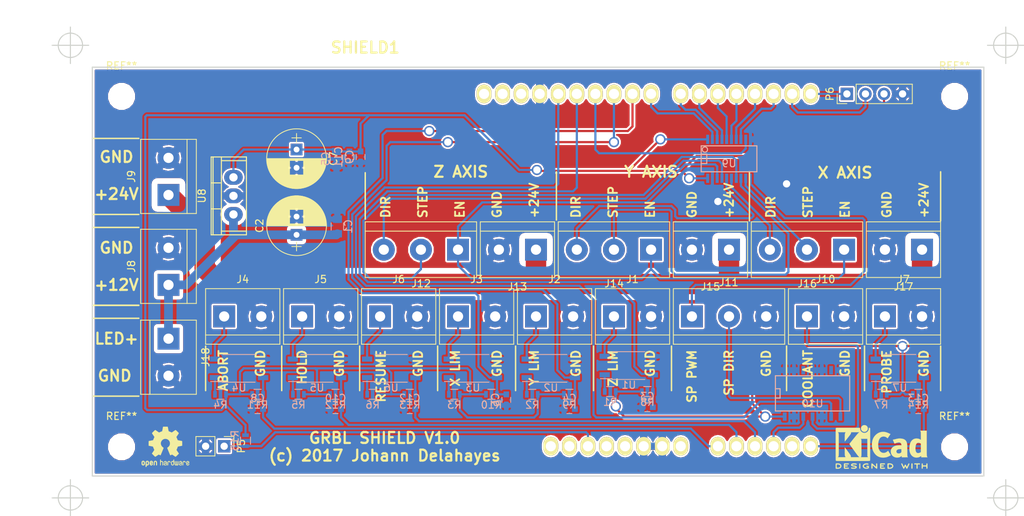
<source format=kicad_pcb>
(kicad_pcb (version 4) (host pcbnew 4.0.4-stable)
  (title_block (title "Arduino uno rev 3 GRBL shield") (date 2017-06-16) (company "Johann Delahayes"))
  (layers (0 F.Cu signal) (31 B.Cu signal) (34 B.Paste user hide) (35 F.Paste user hide) (36 B.SilkS user hide) (37 F.SilkS user) (38 B.Mask user hide) (39 F.Mask user hide) (44 Edge.Cuts user))
  (net 0 "")
  (net 1 GND)
  (net 2 in_LIMIT_Z)
  (net 3 in_LIMIT_Y)
  (net 4 +5V)
  (net 5 in_LIMIT_X)
  (net 6 in_ABORT)
  (net 7 in_HOLD)
  (net 8 in_RESUME)
  (net 9 in_PROBE)
  (net 10 "Net-(J1-Pad1)")
  (net 11 "Net-(J2-Pad1)")
  (net 12 "Net-(J3-Pad1)")
  (net 13 "Net-(J4-Pad1)")
  (net 14 "Net-(J5-Pad1)")
  (net 15 "Net-(J6-Pad1)")
  (net 16 "Net-(J7-Pad1)")
  (net 17 +24V)
  (net 18 b_out_COOLANT)
  (net 19 b_out_SPINDLE_PWM)
  (net 20 b_out_SPINDLE_DIR)
  (net 21 b_out_ENABLE)
  (net 22 b_out_DIR_Z)
  (net 23 b_out_STEP_Z)
  (net 24 b_out_DIR_Y)
  (net 25 b_out_STEP_Y)
  (net 26 b_out_DIR_X)
  (net 27 b_out_STEP_X)
  (net 28 out_COOLANT)
  (net 29 out_SPINDLE_DIR)
  (net 30 out_SPINDLE_PWM)
  (net 31 out_ENABLE)
  (net 32 out_DIR_Z)
  (net 33 out_DIR_Y)
  (net 34 out_DIR_X)
  (net 35 out_STEP_Z)
  (net 36 out_STEP_Y)
  (net 37 out_STEP_X)
  (net 38 TX)
  (net 39 RX)
  (net 40 "Net-(R1-Pad1)")
  (net 41 "Net-(R2-Pad1)")
  (net 42 "Net-(R3-Pad1)")
  (net 43 "Net-(R4-Pad1)")
  (net 44 "Net-(R5-Pad1)")
  (net 45 "Net-(R6-Pad1)")
  (net 46 "Net-(R7-Pad1)")
  (net 47 +12V)
  (net 48 RST)
  (module Mounting_Holes:MountingHole_3.2mm_M3 (layer F.Cu) (at 182 74)
    (fp_text reference REF** (at 0 -4.2) (layer F.SilkS))
    (fp_text value MountingHole_3.2mm_M3)
    (pad 1 np_thru_hole circle (at 0 0) (size 3.2 3.2) (drill 3.2) (layers *.Cu *.Mask))
  )
  (module Mounting_Holes:MountingHole_3.2mm_M3 (layer F.Cu) (at 182 122)
    (fp_text reference REF** (at 0 -4.2) (layer F.SilkS))
    (fp_text value MountingHole_3.2mm_M3)
    (pad 1 np_thru_hole circle (at 0 0) (size 3.2 3.2) (drill 3.2) (layers *.Cu *.Mask))
  )
  (module Mounting_Holes:MountingHole_3.2mm_M3 (layer F.Cu) (at 68 122)
    (fp_text reference REF** (at 0 -4.2) (layer F.SilkS))
    (fp_text value MountingHole_3.2mm_M3)
    (pad 1 np_thru_hole circle (at 0 0) (size 3.2 3.2) (drill 3.2) (layers *.Cu *.Mask))
  )
  (module Capacitors_SMD:C_0805 (layer B.Cu) (at 97.536 91.821 90)
    (fp_text reference C1 (at 0 1.5 90) (layer B.SilkS) (effects (justify mirror)))
    (fp_text value 1µF)
    (pad 1 smd rect (at -1 0 90) (size 1 1.25) (layers B.Cu B.Paste B.Mask) (net 47 +12V))
    (pad 2 smd rect (at 1 0 90) (size 1 1.25) (layers B.Cu B.Paste B.Mask) (net 1 GND))
  )
  (module Capacitors_ThroughHole:CP_Radial_D8.0mm_P2.50mm (layer F.Cu) (at 91.948 92.964 90)
    (fp_text reference C2 (at 1.25 -5.06 90) (layer F.SilkS))
    (fp_text value 470µF)
    (pad 1 thru_hole rect (at 0 0 90) (size 1.6 1.6) (drill 0.8) (layers *.Cu *.Mask) (net 47 +12V))
    (pad 2 thru_hole circle (at 2.5 0 90) (size 1.6 1.6) (drill 0.8) (layers *.Cu *.Mask) (net 1 GND))
  )
  (module Capacitors_SMD:C_0603 (layer B.Cu) (at 139.954 116.586 180)
    (fp_text reference C3 (at 0 1.5 180) (layer B.SilkS) (effects (justify mirror)))
    (fp_text value 100nF)
    (pad 1 smd rect (at -0.75 0 180) (size 0.8 0.75) (layers B.Cu B.Paste B.Mask) (net 2 in_LIMIT_Z))
    (pad 2 smd rect (at 0.75 0 180) (size 0.8 0.75) (layers B.Cu B.Paste B.Mask) (net 1 GND))
  )
  (module Capacitors_SMD:C_0603 (layer B.Cu) (at 129.286 116.84 180)
    (fp_text reference C4 (at 0 1.5 180) (layer B.SilkS) (effects (justify mirror)))
    (fp_text value 100nF)
    (pad 1 smd rect (at -0.75 0 180) (size 0.8 0.75) (layers B.Cu B.Paste B.Mask) (net 3 in_LIMIT_Y))
    (pad 2 smd rect (at 0.75 0 180) (size 0.8 0.75) (layers B.Cu B.Paste B.Mask) (net 1 GND))
  )
  (module Capacitors_SMD:C_0805 (layer B.Cu) (at 97.409 82.55 270)
    (fp_text reference C5 (at 0 1.5 270) (layer B.SilkS) (effects (justify mirror)))
    (fp_text value 1µF)
    (pad 1 smd rect (at -1 0 270) (size 1 1.25) (layers B.Cu B.Paste B.Mask) (net 4 +5V))
    (pad 2 smd rect (at 1 0 270) (size 1 1.25) (layers B.Cu B.Paste B.Mask) (net 1 GND))
  )
  (module Capacitors_SMD:C_0603 (layer B.Cu) (at 120.65 115.57 270)
    (fp_text reference C6 (at 0 1.5 270) (layer B.SilkS) (effects (justify mirror)))
    (fp_text value 100nF)
    (pad 1 smd rect (at -0.75 0 270) (size 0.8 0.75) (layers B.Cu B.Paste B.Mask) (net 5 in_LIMIT_X))
    (pad 2 smd rect (at 0.75 0 270) (size 0.8 0.75) (layers B.Cu B.Paste B.Mask) (net 1 GND))
  )
  (module Capacitors_ThroughHole:CP_Radial_D8.0mm_P2.50mm (layer F.Cu) (at 91.948 81.28 270)
    (fp_text reference C7 (at 1.25 -5.06 270) (layer F.SilkS))
    (fp_text value 470µF)
    (pad 1 thru_hole rect (at 0 0 270) (size 1.6 1.6) (drill 0.8) (layers *.Cu *.Mask) (net 4 +5V))
    (pad 2 thru_hole circle (at 2.5 0 270) (size 1.6 1.6) (drill 0.8) (layers *.Cu *.Mask) (net 1 GND))
  )
  (module Capacitors_SMD:C_0603 (layer B.Cu) (at 86.614 116.84 180)
    (fp_text reference C8 (at 0 1.5 180) (layer B.SilkS) (effects (justify mirror)))
    (fp_text value 100nF)
    (pad 1 smd rect (at -0.75 0 180) (size 0.8 0.75) (layers B.Cu B.Paste B.Mask) (net 6 in_ABORT))
    (pad 2 smd rect (at 0.75 0 180) (size 0.8 0.75) (layers B.Cu B.Paste B.Mask) (net 1 GND))
  )
  (module Capacitors_SMD:C_0603 (layer B.Cu) (at 100.711 82.296 270)
    (fp_text reference C9 (at 0 1.5 270) (layer B.SilkS) (effects (justify mirror)))
    (fp_text value 1µF)
    (pad 1 smd rect (at -0.75 0 270) (size 0.8 0.75) (layers B.Cu B.Paste B.Mask) (net 4 +5V))
    (pad 2 smd rect (at 0.75 0 270) (size 0.8 0.75) (layers B.Cu B.Paste B.Mask) (net 1 GND))
  )
  (module Capacitors_SMD:C_0603 (layer B.Cu) (at 97.282 116.84 180)
    (fp_text reference C10 (at 0 1.5 180) (layer B.SilkS) (effects (justify mirror)))
    (fp_text value 100nF)
    (pad 1 smd rect (at -0.75 0 180) (size 0.8 0.75) (layers B.Cu B.Paste B.Mask) (net 7 in_HOLD))
    (pad 2 smd rect (at 0.75 0 180) (size 0.8 0.75) (layers B.Cu B.Paste B.Mask) (net 1 GND))
  )
  (module Capacitors_SMD:C_0603 (layer B.Cu) (at 99.187 82.296 270)
    (fp_text reference C11 (at 0 1.5 270) (layer B.SilkS) (effects (justify mirror)))
    (fp_text value 1µF)
    (pad 1 smd rect (at -0.75 0 270) (size 0.8 0.75) (layers B.Cu B.Paste B.Mask) (net 4 +5V))
    (pad 2 smd rect (at 0.75 0 270) (size 0.8 0.75) (layers B.Cu B.Paste B.Mask) (net 1 GND))
  )
  (module Capacitors_SMD:C_0603 (layer B.Cu) (at 107.442 116.84 180)
    (fp_text reference C12 (at 0 1.5 180) (layer B.SilkS) (effects (justify mirror)))
    (fp_text value 100nF)
    (pad 1 smd rect (at -0.75 0 180) (size 0.8 0.75) (layers B.Cu B.Paste B.Mask) (net 8 in_RESUME))
    (pad 2 smd rect (at 0.75 0 180) (size 0.8 0.75) (layers B.Cu B.Paste B.Mask) (net 1 GND))
  )
  (module Capacitors_SMD:C_0603 (layer B.Cu) (at 177.038 116.84 180)
    (fp_text reference C13 (at 0 1.5 180) (layer B.SilkS) (effects (justify mirror)))
    (fp_text value 100nF)
    (pad 1 smd rect (at -0.75 0 180) (size 0.8 0.75) (layers B.Cu B.Paste B.Mask) (net 9 in_PROBE))
    (pad 2 smd rect (at 0.75 0 180) (size 0.8 0.75) (layers B.Cu B.Paste B.Mask) (net 1 GND))
  )
  (module Pin_Headers:Pin_Header_Straight_1x02_Pitch2.54mm (layer F.Cu) (at 82.042 121.92 270)
    (fp_text reference P5 (at 0 -2.33 270) (layer F.SilkS))
    (fp_text value RESET)
    (pad 1 thru_hole rect (at 0 0 270) (size 1.7 1.7) (drill 1) (layers *.Cu *.Mask) (net 48 RST))
    (pad 2 thru_hole oval (at 0 2.54 270) (size 1.7 1.7) (drill 1) (layers *.Cu *.Mask) (net 1 GND))
  )
  (module Pin_Headers:Pin_Header_Straight_1x04_Pitch2.54mm (layer F.Cu) (at 167.259 73.66 90)
    (fp_text reference P6 (at 0 -2.33 90) (layer F.SilkS))
    (fp_text value RS232)
    (pad 1 thru_hole rect (at 0 0 90) (size 1.7 1.7) (drill 1) (layers *.Cu *.Mask) (net 39 RX))
    (pad 2 thru_hole oval (at 0 2.54 90) (size 1.7 1.7) (drill 1) (layers *.Cu *.Mask) (net 38 TX))
    (pad 3 thru_hole oval (at 0 5.08 90) (size 1.7 1.7) (drill 1) (layers *.Cu *.Mask) (net 4 +5V))
    (pad 4 thru_hole oval (at 0 7.62 90) (size 1.7 1.7) (drill 1) (layers *.Cu *.Mask) (net 1 GND))
  )
  (module Resistors_SMD:R_0603 (layer B.Cu) (at 134.874 114.427)
    (fp_text reference R1 (at 0 1.45) (layer B.SilkS) (effects (justify mirror)))
    (fp_text value 1k)
    (pad 1 smd rect (at -0.75 0) (size 0.5 0.9) (layers B.Cu B.Paste B.Mask) (net 40 "Net-(R1-Pad1)"))
    (pad 2 smd rect (at 0.75 0) (size 0.5 0.9) (layers B.Cu B.Paste B.Mask) (net 4 +5V))
  )
  (module Resistors_SMD:R_0603 (layer B.Cu) (at 124.206 114.808)
    (fp_text reference R2 (at 0 1.45) (layer B.SilkS) (effects (justify mirror)))
    (fp_text value 1k)
    (pad 1 smd rect (at -0.75 0) (size 0.5 0.9) (layers B.Cu B.Paste B.Mask) (net 41 "Net-(R2-Pad1)"))
    (pad 2 smd rect (at 0.75 0) (size 0.5 0.9) (layers B.Cu B.Paste B.Mask) (net 4 +5V))
  )
  (module Resistors_SMD:R_0603 (layer B.Cu) (at 113.538 114.808)
    (fp_text reference R3 (at 0 1.45) (layer B.SilkS) (effects (justify mirror)))
    (fp_text value 1k)
    (pad 1 smd rect (at -0.75 0) (size 0.5 0.9) (layers B.Cu B.Paste B.Mask) (net 42 "Net-(R3-Pad1)"))
    (pad 2 smd rect (at 0.75 0) (size 0.5 0.9) (layers B.Cu B.Paste B.Mask) (net 4 +5V))
  )
  (module Resistors_SMD:R_0603 (layer B.Cu) (at 81.534 114.808)
    (fp_text reference R4 (at 0 1.45) (layer B.SilkS) (effects (justify mirror)))
    (fp_text value 1k)
    (pad 1 smd rect (at -0.75 0) (size 0.5 0.9) (layers B.Cu B.Paste B.Mask) (net 43 "Net-(R4-Pad1)"))
    (pad 2 smd rect (at 0.75 0) (size 0.5 0.9) (layers B.Cu B.Paste B.Mask) (net 4 +5V))
  )
  (module Resistors_SMD:R_0603 (layer B.Cu) (at 92.202 114.808)
    (fp_text reference R5 (at 0 1.45) (layer B.SilkS) (effects (justify mirror)))
    (fp_text value 1k)
    (pad 1 smd rect (at -0.75 0) (size 0.5 0.9) (layers B.Cu B.Paste B.Mask) (net 44 "Net-(R5-Pad1)"))
    (pad 2 smd rect (at 0.75 0) (size 0.5 0.9) (layers B.Cu B.Paste B.Mask) (net 4 +5V))
  )
  (module Resistors_SMD:R_0603 (layer B.Cu) (at 102.362 114.808)
    (fp_text reference R6 (at 0 1.45) (layer B.SilkS) (effects (justify mirror)))
    (fp_text value 1k)
    (pad 1 smd rect (at -0.75 0) (size 0.5 0.9) (layers B.Cu B.Paste B.Mask) (net 45 "Net-(R6-Pad1)"))
    (pad 2 smd rect (at 0.75 0) (size 0.5 0.9) (layers B.Cu B.Paste B.Mask) (net 4 +5V))
  )
  (module Resistors_SMD:R_0603 (layer B.Cu) (at 171.958 114.808)
    (fp_text reference R7 (at 0 1.45) (layer B.SilkS) (effects (justify mirror)))
    (fp_text value 1k)
    (pad 1 smd rect (at -0.75 0) (size 0.5 0.9) (layers B.Cu B.Paste B.Mask) (net 46 "Net-(R7-Pad1)"))
    (pad 2 smd rect (at 0.75 0) (size 0.5 0.9) (layers B.Cu B.Paste B.Mask) (net 4 +5V))
  )
  (module Resistors_SMD:R_0603 (layer B.Cu) (at 139.954 114.427)
    (fp_text reference R8 (at 0 1.45) (layer B.SilkS) (effects (justify mirror)))
    (fp_text value 10k)
    (pad 1 smd rect (at -0.75 0) (size 0.5 0.9) (layers B.Cu B.Paste B.Mask) (net 4 +5V))
    (pad 2 smd rect (at 0.75 0) (size 0.5 0.9) (layers B.Cu B.Paste B.Mask) (net 2 in_LIMIT_Z))
  )
  (module Resistors_SMD:R_0603 (layer B.Cu) (at 129.286 114.808)
    (fp_text reference R9 (at 0 1.45) (layer B.SilkS) (effects (justify mirror)))
    (fp_text value 10k)
    (pad 1 smd rect (at -0.75 0) (size 0.5 0.9) (layers B.Cu B.Paste B.Mask) (net 4 +5V))
    (pad 2 smd rect (at 0.75 0) (size 0.5 0.9) (layers B.Cu B.Paste B.Mask) (net 3 in_LIMIT_Y))
  )
  (module Resistors_SMD:R_0603 (layer B.Cu) (at 118.618 114.808)
    (fp_text reference R10 (at 0 1.45) (layer B.SilkS) (effects (justify mirror)))
    (fp_text value 10k)
    (pad 1 smd rect (at -0.75 0) (size 0.5 0.9) (layers B.Cu B.Paste B.Mask) (net 4 +5V))
    (pad 2 smd rect (at 0.75 0) (size 0.5 0.9) (layers B.Cu B.Paste B.Mask) (net 5 in_LIMIT_X))
  )
  (module Resistors_SMD:R_0603 (layer B.Cu) (at 86.614 114.808)
    (fp_text reference R11 (at 0 1.45) (layer B.SilkS) (effects (justify mirror)))
    (fp_text value 10k)
    (pad 1 smd rect (at -0.75 0) (size 0.5 0.9) (layers B.Cu B.Paste B.Mask) (net 4 +5V))
    (pad 2 smd rect (at 0.75 0) (size 0.5 0.9) (layers B.Cu B.Paste B.Mask) (net 6 in_ABORT))
  )
  (module Resistors_SMD:R_0603 (layer B.Cu) (at 97.282 114.808)
    (fp_text reference R12 (at 0 1.45) (layer B.SilkS) (effects (justify mirror)))
    (fp_text value 10k)
    (pad 1 smd rect (at -0.75 0) (size 0.5 0.9) (layers B.Cu B.Paste B.Mask) (net 4 +5V))
    (pad 2 smd rect (at 0.75 0) (size 0.5 0.9) (layers B.Cu B.Paste B.Mask) (net 7 in_HOLD))
  )
  (module Resistors_SMD:R_0603 (layer B.Cu) (at 107.442 114.808)
    (fp_text reference R13 (at 0 1.45) (layer B.SilkS) (effects (justify mirror)))
    (fp_text value 10k)
    (pad 1 smd rect (at -0.75 0) (size 0.5 0.9) (layers B.Cu B.Paste B.Mask) (net 4 +5V))
    (pad 2 smd rect (at 0.75 0) (size 0.5 0.9) (layers B.Cu B.Paste B.Mask) (net 8 in_RESUME))
  )
  (module Resistors_SMD:R_0603 (layer B.Cu) (at 177.038 114.808)
    (fp_text reference R14 (at 0 1.45) (layer B.SilkS) (effects (justify mirror)))
    (fp_text value 10k)
    (pad 1 smd rect (at -0.75 0) (size 0.5 0.9) (layers B.Cu B.Paste B.Mask) (net 4 +5V))
    (pad 2 smd rect (at 0.75 0) (size 0.5 0.9) (layers B.Cu B.Paste B.Mask) (net 9 in_PROBE))
  )
  (module Resistors_SMD:R_0603 (layer B.Cu) (at 84.963 121.158 270)
    (fp_text reference R15 (at 0 1.45 270) (layer B.SilkS) (effects (justify mirror)))
    (fp_text value 10k)
    (pad 1 smd rect (at -0.75 0 270) (size 0.5 0.9) (layers B.Cu B.Paste B.Mask) (net 4 +5V))
    (pad 2 smd rect (at 0.75 0 270) (size 0.5 0.9) (layers B.Cu B.Paste B.Mask) (net 48 RST))
  )
  (module Opto-Devices:Toshiba_SOP_Pins1346_4.4x3.6mm_Pitch1.27mm (layer B.Cu) (at 137.414 110.871)
    (fp_text reference U1 (at 0 2.667) (layer B.SilkS) (effects (justify mirror)))
    (fp_text value TLP185)
    (pad 6 smd rect (at 3.3 1.27) (size 1.4 0.7) (layers B.Cu B.Paste B.Mask) (net 2 in_LIMIT_Z))
    (pad 3 smd rect (at -3.3 -1.27) (size 1.4 0.7) (layers B.Cu B.Paste B.Mask) (net 10 "Net-(J1-Pad1)"))
    (pad 4 smd rect (at 3.3 -1.27) (size 1.4 0.7) (layers B.Cu B.Paste B.Mask) (net 1 GND))
    (pad 1 smd rect (at -3.3 1.27) (size 1.4 0.7) (layers B.Cu B.Paste B.Mask) (net 40 "Net-(R1-Pad1)"))
  )
  (module Opto-Devices:Toshiba_SOP_Pins1346_4.4x3.6mm_Pitch1.27mm (layer B.Cu) (at 126.746 111.252)
    (fp_text reference U2 (at 0 2.667) (layer B.SilkS) (effects (justify mirror)))
    (fp_text value TLP185)
    (pad 6 smd rect (at 3.3 1.27) (size 1.4 0.7) (layers B.Cu B.Paste B.Mask) (net 3 in_LIMIT_Y))
    (pad 3 smd rect (at -3.3 -1.27) (size 1.4 0.7) (layers B.Cu B.Paste B.Mask) (net 11 "Net-(J2-Pad1)"))
    (pad 4 smd rect (at 3.3 -1.27) (size 1.4 0.7) (layers B.Cu B.Paste B.Mask) (net 1 GND))
    (pad 1 smd rect (at -3.3 1.27) (size 1.4 0.7) (layers B.Cu B.Paste B.Mask) (net 41 "Net-(R2-Pad1)"))
  )
  (module Opto-Devices:Toshiba_SOP_Pins1346_4.4x3.6mm_Pitch1.27mm (layer B.Cu) (at 116.078 111.252)
    (fp_text reference U3 (at 0 2.667) (layer B.SilkS) (effects (justify mirror)))
    (fp_text value TLP185)
    (pad 6 smd rect (at 3.3 1.27) (size 1.4 0.7) (layers B.Cu B.Paste B.Mask) (net 5 in_LIMIT_X))
    (pad 3 smd rect (at -3.3 -1.27) (size 1.4 0.7) (layers B.Cu B.Paste B.Mask) (net 12 "Net-(J3-Pad1)"))
    (pad 4 smd rect (at 3.3 -1.27) (size 1.4 0.7) (layers B.Cu B.Paste B.Mask) (net 1 GND))
    (pad 1 smd rect (at -3.3 1.27) (size 1.4 0.7) (layers B.Cu B.Paste B.Mask) (net 42 "Net-(R3-Pad1)"))
  )
  (module Opto-Devices:Toshiba_SOP_Pins1346_4.4x3.6mm_Pitch1.27mm (layer B.Cu) (at 84.074 111.252)
    (fp_text reference U4 (at 0 2.667) (layer B.SilkS) (effects (justify mirror)))
    (fp_text value TLP185)
    (pad 6 smd rect (at 3.3 1.27) (size 1.4 0.7) (layers B.Cu B.Paste B.Mask) (net 6 in_ABORT))
    (pad 3 smd rect (at -3.3 -1.27) (size 1.4 0.7) (layers B.Cu B.Paste B.Mask) (net 13 "Net-(J4-Pad1)"))
    (pad 4 smd rect (at 3.3 -1.27) (size 1.4 0.7) (layers B.Cu B.Paste B.Mask) (net 1 GND))
    (pad 1 smd rect (at -3.3 1.27) (size 1.4 0.7) (layers B.Cu B.Paste B.Mask) (net 43 "Net-(R4-Pad1)"))
  )
  (module Opto-Devices:Toshiba_SOP_Pins1346_4.4x3.6mm_Pitch1.27mm (layer B.Cu) (at 94.742 111.252)
    (fp_text reference U5 (at 0 2.667) (layer B.SilkS) (effects (justify mirror)))
    (fp_text value TLP185)
    (pad 6 smd rect (at 3.3 1.27) (size 1.4 0.7) (layers B.Cu B.Paste B.Mask) (net 7 in_HOLD))
    (pad 3 smd rect (at -3.3 -1.27) (size 1.4 0.7) (layers B.Cu B.Paste B.Mask) (net 14 "Net-(J5-Pad1)"))
    (pad 4 smd rect (at 3.3 -1.27) (size 1.4 0.7) (layers B.Cu B.Paste B.Mask) (net 1 GND))
    (pad 1 smd rect (at -3.3 1.27) (size 1.4 0.7) (layers B.Cu B.Paste B.Mask) (net 44 "Net-(R5-Pad1)"))
  )
  (module Opto-Devices:Toshiba_SOP_Pins1346_4.4x3.6mm_Pitch1.27mm (layer B.Cu) (at 104.902 111.252)
    (fp_text reference U6 (at 0 2.667) (layer B.SilkS) (effects (justify mirror)))
    (fp_text value TLP185)
    (pad 6 smd rect (at 3.3 1.27) (size 1.4 0.7) (layers B.Cu B.Paste B.Mask) (net 8 in_RESUME))
    (pad 3 smd rect (at -3.3 -1.27) (size 1.4 0.7) (layers B.Cu B.Paste B.Mask) (net 15 "Net-(J6-Pad1)"))
    (pad 4 smd rect (at 3.3 -1.27) (size 1.4 0.7) (layers B.Cu B.Paste B.Mask) (net 1 GND))
    (pad 1 smd rect (at -3.3 1.27) (size 1.4 0.7) (layers B.Cu B.Paste B.Mask) (net 45 "Net-(R6-Pad1)"))
  )
  (module Opto-Devices:Toshiba_SOP_Pins1346_4.4x3.6mm_Pitch1.27mm (layer B.Cu) (at 174.498 111.252)
    (fp_text reference U7 (at 0 2.667) (layer B.SilkS) (effects (justify mirror)))
    (fp_text value TLP185)
    (pad 6 smd rect (at 3.3 1.27) (size 1.4 0.7) (layers B.Cu B.Paste B.Mask) (net 9 in_PROBE))
    (pad 3 smd rect (at -3.3 -1.27) (size 1.4 0.7) (layers B.Cu B.Paste B.Mask) (net 16 "Net-(J7-Pad1)"))
    (pad 4 smd rect (at 3.3 -1.27) (size 1.4 0.7) (layers B.Cu B.Paste B.Mask) (net 1 GND))
    (pad 1 smd rect (at -3.3 1.27) (size 1.4 0.7) (layers B.Cu B.Paste B.Mask) (net 46 "Net-(R7-Pad1)"))
  )
  (module Power_Integrations:TO-220 (layer F.Cu) (at 83.312 87.63 90)
    (fp_text reference U8 (at 0 -4.318 90) (layer F.SilkS))
    (fp_text value LM7805CT)
    (pad 2 thru_hole oval (at 0 0 90) (size 2.032 2.54) (drill 1.143) (layers *.Cu *.Mask) (net 1 GND))
    (pad 3 thru_hole oval (at 2.54 0 90) (size 2.032 2.54) (drill 1.143) (layers *.Cu *.Mask) (net 4 +5V))
    (pad 1 thru_hole oval (at -2.54 0 90) (size 2.032 2.54) (drill 1.143) (layers *.Cu *.Mask) (net 47 +12V))
  )
  (module SMD_Packages:SSOP-20 (layer B.Cu) (at 151.13 82.55)
    (fp_text reference U9 (at 0 0.635) (layer B.SilkS) (effects (justify mirror)))
    (fp_text value 74HCT245P)
    (pad 1 smd rect (at -2.921 -2.667) (size 0.4064 1.27) (layers B.Cu B.Paste B.Mask) (net 4 +5V))
    (pad 2 smd rect (at -2.286 -2.667) (size 0.4064 1.27) (layers B.Cu B.Paste B.Mask) (net 31 out_ENABLE))
    (pad 3 smd rect (at -1.6256 -2.667) (size 0.4064 1.27) (layers B.Cu B.Paste B.Mask) (net 32 out_DIR_Z))
    (pad 4 smd rect (at -0.9652 -2.667) (size 0.4064 1.27) (layers B.Cu B.Paste B.Mask) (net 33 out_DIR_Y))
    (pad 5 smd rect (at -0.3302 -2.667) (size 0.4064 1.27) (layers B.Cu B.Paste B.Mask) (net 34 out_DIR_X))
    (pad 6 smd rect (at 0.3302 -2.667) (size 0.4064 1.27) (layers B.Cu B.Paste B.Mask) (net 35 out_STEP_Z))
    (pad 7 smd rect (at 0.9906 -2.667) (size 0.4064 1.27) (layers B.Cu B.Paste B.Mask) (net 36 out_STEP_Y))
    (pad 8 smd rect (at 1.6256 -2.667) (size 0.4064 1.27) (layers B.Cu B.Paste B.Mask) (net 37 out_STEP_X))
    (pad 9 smd rect (at 2.286 -2.667) (size 0.4064 1.27) (layers B.Cu B.Paste B.Mask) (net 30 out_SPINDLE_PWM))
    (pad 10 smd rect (at 2.921 -2.667) (size 0.4064 1.27) (layers B.Cu B.Paste B.Mask) (net 1 GND))
    (pad 11 smd rect (at 2.921 2.667) (size 0.4064 1.27) (layers B.Cu B.Paste B.Mask) (net 19 b_out_SPINDLE_PWM))
    (pad 12 smd rect (at 2.286 2.667) (size 0.4064 1.27) (layers B.Cu B.Paste B.Mask) (net 27 b_out_STEP_X))
    (pad 13 smd rect (at 1.6256 2.667) (size 0.4064 1.27) (layers B.Cu B.Paste B.Mask) (net 25 b_out_STEP_Y))
    (pad 14 smd rect (at 0.9906 2.667) (size 0.4064 1.27) (layers B.Cu B.Paste B.Mask) (net 23 b_out_STEP_Z))
    (pad 15 smd rect (at 0.3302 2.667) (size 0.4064 1.27) (layers B.Cu B.Paste B.Mask) (net 26 b_out_DIR_X))
    (pad 16 smd rect (at -0.3302 2.667) (size 0.4064 1.27) (layers B.Cu B.Paste B.Mask) (net 24 b_out_DIR_Y))
    (pad 17 smd rect (at -0.9652 2.667) (size 0.4064 1.27) (layers B.Cu B.Paste B.Mask) (net 22 b_out_DIR_Z))
    (pad 18 smd rect (at -1.6256 2.667) (size 0.4064 1.27) (layers B.Cu B.Paste B.Mask) (net 21 b_out_ENABLE))
    (pad 19 smd rect (at -2.286 2.667) (size 0.4064 1.27) (layers B.Cu B.Paste B.Mask) (net 1 GND))
    (pad 20 smd rect (at -2.921 2.667) (size 0.4064 1.27) (layers B.Cu B.Paste B.Mask) (net 4 +5V))
  )
  (module SMD_Packages:SOIC-14_N (layer B.Cu) (at 162.56 114.808)
    (fp_text reference U10 (at 0 1.27) (layer B.SilkS) (effects (justify mirror)))
    (fp_text value 74HC125AN)
    (pad 1 smd rect (at -3.81 -3.302) (size 0.508 1.143) (layers B.Cu B.Paste B.Mask) (net 1 GND))
    (pad 2 smd rect (at -2.54 -3.302) (size 0.508 1.143) (layers B.Cu B.Paste B.Mask) (net 1 GND))
    (pad 3 smd rect (at -1.27 -3.302) (size 0.508 1.143) (layers B.Cu B.Paste B.Mask))
    (pad 4 smd rect (at 0 -3.302) (size 0.508 1.143) (layers B.Cu B.Paste B.Mask) (net 1 GND))
    (pad 5 smd rect (at 1.27 -3.302) (size 0.508 1.143) (layers B.Cu B.Paste B.Mask) (net 1 GND))
    (pad 6 smd rect (at 2.54 -3.302) (size 0.508 1.143) (layers B.Cu B.Paste B.Mask))
    (pad 7 smd rect (at 3.81 -3.302) (size 0.508 1.143) (layers B.Cu B.Paste B.Mask) (net 1 GND))
    (pad 8 smd rect (at 3.81 3.048) (size 0.508 1.143) (layers B.Cu B.Paste B.Mask) (net 20 b_out_SPINDLE_DIR))
    (pad 9 smd rect (at 2.54 3.048) (size 0.508 1.143) (layers B.Cu B.Paste B.Mask) (net 29 out_SPINDLE_DIR))
    (pad 11 smd rect (at 0 3.048) (size 0.508 1.143) (layers B.Cu B.Paste B.Mask) (net 18 b_out_COOLANT))
    (pad 12 smd rect (at -1.27 3.048) (size 0.508 1.143) (layers B.Cu B.Paste B.Mask) (net 28 out_COOLANT))
    (pad 13 smd rect (at -2.54 3.048) (size 0.508 1.143) (layers B.Cu B.Paste B.Mask) (net 1 GND))
    (pad 14 smd rect (at -3.81 3.048) (size 0.508 1.143) (layers B.Cu B.Paste B.Mask) (net 4 +5V))
    (pad 10 smd rect (at 1.27 3.048) (size 0.508 1.143) (layers B.Cu B.Paste B.Mask) (net 1 GND))
  )
  (module arduino_uno_rev3_shield:bornier2_percage_1.4 (layer F.Cu) (at 74.422 107.188 270)
    (fp_text reference J18 (at 2.54 -5.08 270) (layer F.SilkS))
    (fp_text value LED)
    (pad 1 thru_hole rect (at 0 0 270) (size 3 3) (drill 1.4) (layers *.Cu *.Mask) (net 47 +12V))
    (pad 2 thru_hole circle (at 5.08 0 270) (size 3 3) (drill 1.4) (layers *.Cu *.Mask) (net 1 GND))
  )
  (module arduino_uno_rev3_shield:bornier2_percage_1.4 (layer F.Cu) (at 177.546 94.996 180)
    (fp_text reference J17 (at 2.54 -5.08 180) (layer F.SilkS))
    (fp_text value X_ALIM)
    (pad 1 thru_hole rect (at 0 0 180) (size 3 3) (drill 1.4) (layers *.Cu *.Mask) (net 17 +24V))
    (pad 2 thru_hole circle (at 5.08 0 180) (size 3 3) (drill 1.4) (layers *.Cu *.Mask) (net 1 GND))
  )
  (module arduino_uno_rev3_shield:bornier2_percage_1.4 (layer F.Cu) (at 151.13 94.996 180)
    (fp_text reference J15 (at 2.54 -5.08 180) (layer F.SilkS))
    (fp_text value Y_ALIM)
    (pad 1 thru_hole rect (at 0 0 180) (size 3 3) (drill 1.4) (layers *.Cu *.Mask) (net 17 +24V))
    (pad 2 thru_hole circle (at 5.08 0 180) (size 3 3) (drill 1.4) (layers *.Cu *.Mask) (net 1 GND))
  )
  (module arduino_uno_rev3_shield:bornier2_percage_1.4 (layer F.Cu) (at 124.714 94.996 180)
    (fp_text reference J13 (at 2.54 -5.08 180) (layer F.SilkS))
    (fp_text value Z_ALIM)
    (pad 1 thru_hole rect (at 0 0 180) (size 3 3) (drill 1.4) (layers *.Cu *.Mask) (net 17 +24V))
    (pad 2 thru_hole circle (at 5.08 0 180) (size 3 3) (drill 1.4) (layers *.Cu *.Mask) (net 1 GND))
  )
  (module arduino_uno_rev3_shield:bornier2_percage_1.4 (layer F.Cu) (at 161.798 104.14)
    (fp_text reference J10 (at 2.54 -5.08) (layer F.SilkS))
    (fp_text value COOLANT)
    (pad 1 thru_hole rect (at 0 0) (size 3 3) (drill 1.4) (layers *.Cu *.Mask) (net 18 b_out_COOLANT))
    (pad 2 thru_hole circle (at 5.08 0) (size 3 3) (drill 1.4) (layers *.Cu *.Mask) (net 1 GND))
  )
  (module arduino_uno_rev3_shield:bornier2_percage_1.4 (layer F.Cu) (at 74.422 87.503 90)
    (fp_text reference J9 (at 2.54 -5.08 90) (layer F.SilkS))
    (fp_text value +24V)
    (pad 1 thru_hole rect (at 0 0 90) (size 3 3) (drill 1.4) (layers *.Cu *.Mask) (net 17 +24V))
    (pad 2 thru_hole circle (at 5.08 0 90) (size 3 3) (drill 1.4) (layers *.Cu *.Mask) (net 1 GND))
  )
  (module arduino_uno_rev3_shield:bornier2_percage_1.4 (layer F.Cu) (at 74.422 99.822 90)
    (fp_text reference J8 (at 2.54 -5.08 90) (layer F.SilkS))
    (fp_text value +12V)
    (pad 1 thru_hole rect (at 0 0 90) (size 3 3) (drill 1.4) (layers *.Cu *.Mask) (net 47 +12V))
    (pad 2 thru_hole circle (at 5.08 0 90) (size 3 3) (drill 1.4) (layers *.Cu *.Mask) (net 1 GND))
  )
  (module arduino_uno_rev3_shield:bornier2_percage_1.4 (layer F.Cu) (at 172.466 104.14)
    (fp_text reference J7 (at 2.54 -5.08) (layer F.SilkS))
    (fp_text value probe)
    (pad 1 thru_hole rect (at 0 0) (size 3 3) (drill 1.4) (layers *.Cu *.Mask) (net 16 "Net-(J7-Pad1)"))
    (pad 2 thru_hole circle (at 5.08 0) (size 3 3) (drill 1.4) (layers *.Cu *.Mask) (net 1 GND))
  )
  (module arduino_uno_rev3_shield:bornier2_percage_1.4 (layer F.Cu) (at 103.378 104.14)
    (fp_text reference J6 (at 2.54 -5.08) (layer F.SilkS))
    (fp_text value resume)
    (pad 1 thru_hole rect (at 0 0) (size 3 3) (drill 1.4) (layers *.Cu *.Mask) (net 15 "Net-(J6-Pad1)"))
    (pad 2 thru_hole circle (at 5.08 0) (size 3 3) (drill 1.4) (layers *.Cu *.Mask) (net 1 GND))
  )
  (module arduino_uno_rev3_shield:bornier2_percage_1.4 (layer F.Cu) (at 92.71 104.14)
    (fp_text reference J5 (at 2.54 -5.08) (layer F.SilkS))
    (fp_text value hold)
    (pad 1 thru_hole rect (at 0 0) (size 3 3) (drill 1.4) (layers *.Cu *.Mask) (net 14 "Net-(J5-Pad1)"))
    (pad 2 thru_hole circle (at 5.08 0) (size 3 3) (drill 1.4) (layers *.Cu *.Mask) (net 1 GND))
  )
  (module arduino_uno_rev3_shield:bornier2_percage_1.4 (layer F.Cu) (at 82.042 104.14)
    (fp_text reference J4 (at 2.54 -5.08) (layer F.SilkS))
    (fp_text value abort)
    (pad 1 thru_hole rect (at 0 0) (size 3 3) (drill 1.4) (layers *.Cu *.Mask) (net 13 "Net-(J4-Pad1)"))
    (pad 2 thru_hole circle (at 5.08 0) (size 3 3) (drill 1.4) (layers *.Cu *.Mask) (net 1 GND))
  )
  (module arduino_uno_rev3_shield:bornier2_percage_1.4 (layer F.Cu) (at 114.046 104.14)
    (fp_text reference J3 (at 2.54 -5.08) (layer F.SilkS))
    (fp_text value limX)
    (pad 1 thru_hole rect (at 0 0) (size 3 3) (drill 1.4) (layers *.Cu *.Mask) (net 12 "Net-(J3-Pad1)"))
    (pad 2 thru_hole circle (at 5.08 0) (size 3 3) (drill 1.4) (layers *.Cu *.Mask) (net 1 GND))
  )
  (module arduino_uno_rev3_shield:bornier2_percage_1.4 (layer F.Cu) (at 124.714 104.14)
    (fp_text reference J2 (at 2.54 -5.08) (layer F.SilkS))
    (fp_text value limY)
    (pad 1 thru_hole rect (at 0 0) (size 3 3) (drill 1.4) (layers *.Cu *.Mask) (net 11 "Net-(J2-Pad1)"))
    (pad 2 thru_hole circle (at 5.08 0) (size 3 3) (drill 1.4) (layers *.Cu *.Mask) (net 1 GND))
  )
  (module arduino_uno_rev3_shield:bornier2_percage_1.4 (layer F.Cu) (at 135.382 104.14)
    (fp_text reference J1 (at 2.54 -5.08) (layer F.SilkS))
    (fp_text value limZ)
    (pad 1 thru_hole rect (at 0 0) (size 3 3) (drill 1.4) (layers *.Cu *.Mask) (net 10 "Net-(J1-Pad1)"))
    (pad 2 thru_hole circle (at 5.08 0) (size 3 3) (drill 1.4) (layers *.Cu *.Mask) (net 1 GND))
  )
  (module arduino_uno_rev3_shield:bornier3_percage_1.4 (layer F.Cu) (at 166.878 94.996 180)
    (fp_text reference J16 (at 5.05 -4.65 180) (layer F.SilkS))
    (fp_text value X_CTRL)
    (pad 1 thru_hole rect (at 0 0 180) (size 3 3) (drill 1.4) (layers *.Cu *.Mask) (net 21 b_out_ENABLE))
    (pad 2 thru_hole circle (at 5.08 0 180) (size 3 3) (drill 1.4) (layers *.Cu *.Mask) (net 27 b_out_STEP_X))
    (pad 3 thru_hole circle (at 10.16 0 180) (size 3 3) (drill 1.4) (layers *.Cu *.Mask) (net 26 b_out_DIR_X))
  )
  (module arduino_uno_rev3_shield:bornier3_percage_1.4 (layer F.Cu) (at 140.462 94.996 180)
    (fp_text reference J14 (at 5.05 -4.65 180) (layer F.SilkS))
    (fp_text value Y_CTRL)
    (pad 1 thru_hole rect (at 0 0 180) (size 3 3) (drill 1.4) (layers *.Cu *.Mask) (net 21 b_out_ENABLE))
    (pad 2 thru_hole circle (at 5.08 0 180) (size 3 3) (drill 1.4) (layers *.Cu *.Mask) (net 25 b_out_STEP_Y))
    (pad 3 thru_hole circle (at 10.16 0 180) (size 3 3) (drill 1.4) (layers *.Cu *.Mask) (net 24 b_out_DIR_Y))
  )
  (module arduino_uno_rev3_shield:bornier3_percage_1.4 (layer F.Cu) (at 114.046 94.996 180)
    (fp_text reference J12 (at 5.05 -4.65 180) (layer F.SilkS))
    (fp_text value Z_CTRL)
    (pad 1 thru_hole rect (at 0 0 180) (size 3 3) (drill 1.4) (layers *.Cu *.Mask) (net 21 b_out_ENABLE))
    (pad 2 thru_hole circle (at 5.08 0 180) (size 3 3) (drill 1.4) (layers *.Cu *.Mask) (net 23 b_out_STEP_Z))
    (pad 3 thru_hole circle (at 10.16 0 180) (size 3 3) (drill 1.4) (layers *.Cu *.Mask) (net 22 b_out_DIR_Z))
  )
  (module arduino_uno_rev3_shield:bornier3_percage_1.4 (layer F.Cu) (at 146.05 104.14)
    (fp_text reference J11 (at 5.05 -4.65) (layer F.SilkS))
    (fp_text value SPINDLE)
    (pad 1 thru_hole rect (at 0 0) (size 3 3) (drill 1.4) (layers *.Cu *.Mask) (net 19 b_out_SPINDLE_PWM))
    (pad 2 thru_hole circle (at 5.08 0) (size 3 3) (drill 1.4) (layers *.Cu *.Mask) (net 20 b_out_SPINDLE_DIR))
    (pad 3 thru_hole circle (at 10.16 0) (size 3 3) (drill 1.4) (layers *.Cu *.Mask) (net 1 GND))
  )
  (module arduino_uno_rev3_shield:arduino_uno_rev3_grbl_shield (layer F.Cu) (at 98.806 124.46)
    (fp_text reference SHIELD1 (at 2.54 -57.15) (layer F.SilkS) (effects (font (thickness 0.3048))))
    (fp_text value ARDUINO_UNO_REV3_SHIELD hide)
    (pad SCL thru_hole oval (at 18.796 -50.8 90) (size 2.54 2) (drill 1.4) (layers *.Cu *.Mask F.SilkS))
    (pad SDA thru_hole oval (at 21.336 -50.8 90) (size 2.54 2) (drill 1.4) (layers *.Cu *.Mask F.SilkS))
    (pad NC thru_hole oval (at 27.94 -2.54 90) (size 2.54 2) (drill 1.4) (layers *.Cu *.Mask F.SilkS))
    (pad IORE thru_hole oval (at 30.48 -2.54 90) (size 2.54 2) (drill 1.4) (layers *.Cu *.Mask F.SilkS))
    (pad AD5 thru_hole oval (at 63.5 -2.54 90) (size 2.54 2) (drill 1.4) (layers *.Cu *.Mask F.SilkS) (net 9 in_PROBE))
    (pad AD4 thru_hole oval (at 60.96 -2.54 90) (size 2.54 2) (drill 1.4) (layers *.Cu *.Mask F.SilkS))
    (pad AD3 thru_hole oval (at 58.42 -2.54 90) (size 2.54 2) (drill 1.4) (layers *.Cu *.Mask F.SilkS) (net 28 out_COOLANT))
    (pad AD0 thru_hole oval (at 50.8 -2.54 90) (size 2.54 2) (drill 1.4) (layers *.Cu *.Mask F.SilkS) (net 6 in_ABORT))
    (pad AD1 thru_hole oval (at 53.34 -2.54 90) (size 2.54 2) (drill 1.4) (layers *.Cu *.Mask F.SilkS) (net 7 in_HOLD))
    (pad AD2 thru_hole oval (at 55.88 -2.54 90) (size 2.54 2) (drill 1.4) (layers *.Cu *.Mask F.SilkS) (net 8 in_RESUME))
    (pad V_IN thru_hole oval (at 45.72 -2.54 90) (size 2.54 2) (drill 1.4) (layers *.Cu *.Mask F.SilkS))
    (pad GND2 thru_hole oval (at 43.18 -2.54 90) (size 2.54 2) (drill 1.4) (layers *.Cu *.Mask F.SilkS) (net 1 GND))
    (pad GND1 thru_hole oval (at 40.64 -2.54 90) (size 2.54 2) (drill 1.4) (layers *.Cu *.Mask F.SilkS) (net 1 GND))
    (pad 3V3 thru_hole oval (at 35.56 -2.54 90) (size 2.54 2) (drill 1.4) (layers *.Cu *.Mask F.SilkS))
    (pad RST thru_hole oval (at 33.02 -2.54 90) (size 2.54 2) (drill 1.4) (layers *.Cu *.Mask F.SilkS) (net 48 RST))
    (pad 0 thru_hole oval (at 63.5 -50.8 90) (size 2.54 2) (drill 1.4) (layers *.Cu *.Mask F.SilkS) (net 39 RX))
    (pad 1 thru_hole oval (at 60.96 -50.8 90) (size 2.54 2) (drill 1.4) (layers *.Cu *.Mask F.SilkS) (net 38 TX))
    (pad 2 thru_hole oval (at 58.42 -50.8 90) (size 2.54 2) (drill 1.4) (layers *.Cu *.Mask F.SilkS) (net 37 out_STEP_X))
    (pad 3 thru_hole oval (at 55.88 -50.8 90) (size 2.54 2) (drill 1.4) (layers *.Cu *.Mask F.SilkS) (net 36 out_STEP_Y))
    (pad 4 thru_hole oval (at 53.34 -50.8 90) (size 2.54 2) (drill 1.4) (layers *.Cu *.Mask F.SilkS) (net 35 out_STEP_Z))
    (pad 5 thru_hole oval (at 50.8 -50.8 90) (size 2.54 2) (drill 1.4) (layers *.Cu *.Mask F.SilkS) (net 34 out_DIR_X))
    (pad 6 thru_hole oval (at 48.26 -50.8 90) (size 2.54 2) (drill 1.4) (layers *.Cu *.Mask F.SilkS) (net 33 out_DIR_Y))
    (pad 7 thru_hole oval (at 45.72 -50.8 90) (size 2.54 2) (drill 1.4) (layers *.Cu *.Mask F.SilkS) (net 32 out_DIR_Z))
    (pad 8 thru_hole oval (at 41.656 -50.8 90) (size 2.54 2) (drill 1.4) (layers *.Cu *.Mask F.SilkS) (net 31 out_ENABLE))
    (pad 9 thru_hole oval (at 39.116 -50.8 90) (size 2.54 2) (drill 1.4) (layers *.Cu *.Mask F.SilkS) (net 5 in_LIMIT_X))
    (pad 10 thru_hole oval (at 36.576 -50.8 90) (size 2.54 2) (drill 1.4) (layers *.Cu *.Mask F.SilkS) (net 3 in_LIMIT_Y))
    (pad 11 thru_hole oval (at 34.036 -50.8 90) (size 2.54 2) (drill 1.4) (layers *.Cu *.Mask F.SilkS) (net 30 out_SPINDLE_PWM))
    (pad 12 thru_hole oval (at 31.496 -50.8 90) (size 2.54 2) (drill 1.4) (layers *.Cu *.Mask F.SilkS) (net 2 in_LIMIT_Z))
    (pad 13 thru_hole oval (at 28.956 -50.8 90) (size 2.54 2) (drill 1.4) (layers *.Cu *.Mask F.SilkS) (net 29 out_SPINDLE_DIR))
    (pad GND3 thru_hole oval (at 26.416 -50.8 90) (size 2.54 2) (drill 1.4) (layers *.Cu *.Mask F.SilkS) (net 1 GND))
    (pad AREF thru_hole oval (at 23.876 -50.8 90) (size 2.54 2) (drill 1.4) (layers *.Cu *.Mask F.SilkS))
    (pad 5V thru_hole oval (at 38.1 -2.54 90) (size 2.54 2) (drill 1.4) (layers *.Cu *.Mask F.SilkS))
  )
  (module Mounting_Holes:MountingHole_3.2mm_M3 (layer F.Cu) (at 68 74)
    (fp_text reference REF** (at 0 -4.2) (layer F.SilkS))
    (fp_text value MountingHole_3.2mm_M3)
    (pad 1 np_thru_hole circle (at 0 0) (size 3.2 3.2) (drill 3.2) (layers *.Cu *.Mask))
  )
  (module Symbols:KiCad-Logo2_6mm_SilkScreen (layer F.Cu) (at 172 122)
    (fp_text reference REF*** hide)
    (fp_text value KiCad-Logo2_6mm_SilkScreen hide)
  )
  (module Symbols:OSHW-Logo2_7.3x6mm_SilkScreen (layer F.Cu) (at 74 122)
    (fp_text reference REF*** hide)
    (fp_text value OSHW-Logo2_7.3x6mm_SilkScreen hide)
  )
  (gr_text "GRBL SHIELD V1.0\n(c) 2017 Johann Delahayes" (at 104 122) (layer F.SilkS) (effects (font (size 1.5 1.5) (thickness 0.3))))
  (target plus (at 189 129) (size 5) (width 0.15) (layer Edge.Cuts))
  (target plus (at 61 129) (size 5) (width 0.15) (layer Edge.Cuts))
  (target plus (at 61 67) (size 5) (width 0.15) (layer Edge.Cuts))
  (target plus (at 189 67) (size 5) (width 0.15) (layer Edge.Cuts))
  (gr_line (start 70.358 115.062) (end 64.008 115.062) (angle 90) (layer F.SilkS) (width 0.2))
  (gr_line (start 70.358 104.394) (end 64.008 104.394) (angle 90) (layer F.SilkS) (width 0.2))
  (gr_line (start 64.008 102.616) (end 70.358 102.616) (angle 90) (layer F.SilkS) (width 0.2))
  (gr_line (start 70.358 102.616) (end 64.008 102.616) (angle 90) (layer F.SilkS) (width 0.2))
  (gr_line (start 70.358 91.948) (end 64.008 91.948) (angle 90) (layer F.SilkS) (width 0.2))
  (gr_line (start 70.358 90.17) (end 64.008 90.17) (angle 90) (layer F.SilkS) (width 0.2))
  (gr_line (start 70.358 79.756) (end 64.008 79.756) (angle 90) (layer F.SilkS) (width 0.2))
  (gr_text GND (at 67.056 112.268) (layer F.SilkS) (effects (font (size 1.5 1.5) (thickness 0.3))))
  (gr_text LED+ (at 67.31 107.188) (layer F.SilkS) (effects (font (size 1.5 1.5) (thickness 0.3))))
  (gr_text GND (at 67.31 94.742) (layer F.SilkS) (effects (font (size 1.5 1.5) (thickness 0.3))))
  (gr_text +12V (at 67.31 99.822) (layer F.SilkS) (effects (font (size 1.5 1.5) (thickness 0.3))))
  (gr_text GND (at 67.31 82.296) (layer F.SilkS) (effects (font (size 1.5 1.5) (thickness 0.3))))
  (gr_text +24V (at 67.31 87.376) (layer F.SilkS) (effects (font (size 1.5 1.5) (thickness 0.3))))
  (gr_line (start 64 126) (end 64 70) (angle 90) (layer Edge.Cuts) (width 0.15))
  (gr_line (start 186 126) (end 64 126) (angle 90) (layer Edge.Cuts) (width 0.15))
  (gr_line (start 186 70) (end 186 126) (angle 90) (layer Edge.Cuts) (width 0.15))
  (gr_line (start 64 70) (end 186 70) (angle 90) (layer Edge.Cuts) (width 0.15))
  (gr_line (start 180.086 108.204) (end 180.086 114.3) (angle 90) (layer F.SilkS) (width 0.2))
  (gr_line (start 169.672 108.204) (end 169.672 114.3) (angle 90) (layer F.SilkS) (width 0.2))
  (gr_line (start 159.004 108.204) (end 159.004 114.3) (angle 90) (layer F.SilkS) (width 0.2))
  (gr_line (start 143.256 108.204) (end 143.256 114.3) (angle 90) (layer F.SilkS) (width 0.2))
  (gr_line (start 132.588 108.204) (end 132.588 114.3) (angle 90) (layer F.SilkS) (width 0.2))
  (gr_line (start 121.92 108.204) (end 121.92 114.3) (angle 90) (layer F.SilkS) (width 0.2))
  (gr_line (start 111.252 108.204) (end 111.252 114.3) (angle 90) (layer F.SilkS) (width 0.2))
  (gr_line (start 100.584 108.204) (end 100.584 114.3) (angle 90) (layer F.SilkS) (width 0.2))
  (gr_line (start 89.916 108.204) (end 89.916 114.3) (angle 90) (layer F.SilkS) (width 0.2))
  (gr_line (start 79.502 108.204) (end 79.502 114.3) (angle 90) (layer F.SilkS) (width 0.2))
  (gr_text "X AXIS" (at 167.005 84.455) (layer F.SilkS) (effects (font (size 1.5 1.5) (thickness 0.3))))
  (gr_text "Y AXIS" (at 140.462 84.328) (layer F.SilkS) (effects (font (size 1.5 1.5) (thickness 0.3))))
  (gr_text "Z AXIS" (at 114.427 84.328) (layer F.SilkS) (effects (font (size 1.5 1.5) (thickness 0.3))))
  (gr_line (start 153.924 91.059) (end 153.924 84.328) (angle 90) (layer F.SilkS) (width 0.2))
  (gr_line (start 180.086 91.059) (end 180.086 84.328) (angle 90) (layer F.SilkS) (width 0.2))
  (gr_line (start 127.508 90.932) (end 127.508 84.328) (angle 90) (layer F.SilkS) (width 0.2))
  (gr_line (start 101.346 90.805) (end 101.346 84.455) (angle 90) (layer F.SilkS) (width 0.2))
  (gr_text GND (at 177.8 108.585 90) (layer F.SilkS) (effects (font (size 1.2 1.2) (thickness 0.25)) (justify right)))
  (gr_text PROBE (at 172.72 108.585 90) (layer F.SilkS) (effects (font (size 1.2 1.2) (thickness 0.25)) (justify right)))
  (gr_text GND (at 167.005 108.585 90) (layer F.SilkS) (effects (font (size 1.2 1.2) (thickness 0.25)) (justify right)))
  (gr_text COOLANT (at 161.925 108.585 90) (layer F.SilkS) (effects (font (size 1.2 1.2) (thickness 0.25)) (justify right)))
  (gr_text GND (at 156.21 108.585 90) (layer F.SilkS) (effects (font (size 1.2 1.2) (thickness 0.25)) (justify right)))
  (gr_text "SP DIR" (at 151.13 108.585 90) (layer F.SilkS) (effects (font (size 1.2 1.2) (thickness 0.25)) (justify right)))
  (gr_text "SP PWM" (at 146.05 108.585 90) (layer F.SilkS) (effects (font (size 1.2 1.2) (thickness 0.25)) (justify right)))
  (gr_text GND (at 140.335 108.585 90) (layer F.SilkS) (effects (font (size 1.2 1.2) (thickness 0.25)) (justify right)))
  (gr_text "Z LIM" (at 135.255 108.585 90) (layer F.SilkS) (effects (font (size 1.2 1.2) (thickness 0.25)) (justify right)))
  (gr_text GND (at 130.175 108.585 90) (layer F.SilkS) (effects (font (size 1.2 1.2) (thickness 0.25)) (justify right)))
  (gr_text "Y LIM" (at 124.46 108.585 90) (layer F.SilkS) (effects (font (size 1.2 1.2) (thickness 0.25)) (justify right)))
  (gr_text GND (at 119.38 108.585 90) (layer F.SilkS) (effects (font (size 1.2 1.2) (thickness 0.25)) (justify right)))
  (gr_text "X LIM" (at 113.665 108.585 90) (layer F.SilkS) (effects (font (size 1.2 1.2) (thickness 0.25)) (justify right)))
  (gr_text GND (at 108.585 108.585 90) (layer F.SilkS) (effects (font (size 1.2 1.2) (thickness 0.25)) (justify right)))
  (gr_text RESUME (at 103.505 108.585 90) (layer F.SilkS) (effects (font (size 1.2 1.2) (thickness 0.25)) (justify right)))
  (gr_text GND (at 97.79 108.585 90) (layer F.SilkS) (effects (font (size 1.2 1.2) (thickness 0.25)) (justify right)))
  (gr_text HOLD (at 92.71 108.585 90) (layer F.SilkS) (effects (font (size 1.2 1.2) (thickness 0.25)) (justify right)))
  (gr_text GND (at 86.995 108.585 90) (layer F.SilkS) (effects (font (size 1.2 1.2) (thickness 0.25)) (justify right)))
  (gr_text ABORT (at 81.915 108.585 90) (layer F.SilkS) (effects (font (size 1.2 1.2) (thickness 0.25)) (justify right)))
  (gr_text +24V (at 177.8 90.805 90) (layer F.SilkS) (effects (font (size 1.2 1.2) (thickness 0.25)) (justify left)))
  (gr_text GND (at 172.72 90.805 90) (layer F.SilkS) (effects (font (size 1.2 1.2) (thickness 0.25)) (justify left)))
  (gr_text EN (at 167.005 90.805 90) (layer F.SilkS) (effects (font (size 1.2 1.2) (thickness 0.25)) (justify left)))
  (gr_text STEP (at 161.925 90.805 90) (layer F.SilkS) (effects (font (size 1.2 1.2) (thickness 0.25)) (justify left)))
  (gr_text DIR (at 156.845 90.805 90) (layer F.SilkS) (effects (font (size 1.2 1.2) (thickness 0.25)) (justify left)))
  (gr_text +24V (at 151.13 90.805 90) (layer F.SilkS) (effects (font (size 1.2 1.2) (thickness 0.25)) (justify left)))
  (gr_text GND (at 146.05 90.805 90) (layer F.SilkS) (effects (font (size 1.2 1.2) (thickness 0.25)) (justify left)))
  (gr_text EN (at 140.335 90.805 90) (layer F.SilkS) (effects (font (size 1.2 1.2) (thickness 0.25)) (justify left)))
  (gr_text STEP (at 135.255 90.805 90) (layer F.SilkS) (effects (font (size 1.2 1.2) (thickness 0.25)) (justify left)))
  (gr_text DIR (at 130.175 90.805 90) (layer F.SilkS) (effects (font (size 1.2 1.2) (thickness 0.25)) (justify left)))
  (gr_text +24V (at 124.46 90.805 90) (layer F.SilkS) (effects (font (size 1.2 1.2) (thickness 0.25)) (justify left)))
  (gr_text GND (at 119.38 90.805 90) (layer F.SilkS) (effects (font (size 1.2 1.2) (thickness 0.25)) (justify left)))
  (gr_text EN (at 114.3 90.805 90) (layer F.SilkS) (effects (font (size 1.2 1.2) (thickness 0.25)) (justify left)))
  (gr_text STEP (at 109.22 90.805 90) (layer F.SilkS) (effects (font (size 1.2 1.2) (thickness 0.25)) (justify left)))
  (gr_text DIR (at 104.14 90.805 90) (layer F.SilkS) (effects (font (size 1.2 1.2) (thickness 0.25)) (justify left)))
  (segment (start 154.051 79.883) (end 156.21 79.883) (width 0.3) (layer B.Cu) (net 1))
  (segment (start 148.844 87.63) (end 148.844 85.217) (width 0.3) (layer B.Cu) (net 1))
  (segment (start 149.606 88.392) (end 148.844 87.63) (width 0.3) (layer B.Cu) (net 1))
  (via (at 149.606 88.392) (size 1.4) (drill 1) (layers F.Cu B.Cu) (net 1))
  (segment (start 156.591 88.392) (end 149.606 88.392) (width 0.3) (layer F.Cu) (net 1))
  (segment (start 159.004 85.979) (end 156.591 88.392) (width 0.3) (layer F.Cu) (net 1))
  (via (at 159.004 85.979) (size 1.4) (drill 1) (layers F.Cu B.Cu) (net 1))
  (segment (start 159.004 82.677) (end 159.004 85.979) (width 0.3) (layer B.Cu) (net 1))
  (segment (start 156.21 79.883) (end 159.004 82.677) (width 0.3) (layer B.Cu) (net 1))
  (segment (start 138.176 110.998) (end 139.192 112.014) (width 0.3) (layer B.Cu) (net 2))
  (segment (start 138.176 110.998) (end 138.176 102.362) (width 0.3) (layer B.Cu) (net 2))
  (segment (start 138.176 102.362) (end 135.255 99.441) (width 0.3) (layer B.Cu) (net 2))
  (segment (start 135.255 99.441) (end 101.727 99.441) (width 0.3) (layer B.Cu) (net 2))
  (segment (start 101.727 99.441) (end 100.584 98.298) (width 0.3) (layer B.Cu) (net 2))
  (segment (start 100.584 98.298) (end 100.584 90.805) (width 0.3) (layer B.Cu) (net 2))
  (segment (start 100.584 90.805) (end 104.386002 87.002998) (width 0.3) (layer B.Cu) (net 2))
  (segment (start 104.386002 87.002998) (end 129.786002 87.002998) (width 0.3) (layer B.Cu) (net 2))
  (segment (start 129.786002 87.002998) (end 130.302 86.487) (width 0.3) (layer B.Cu) (net 2))
  (segment (start 130.302 73.66) (end 130.302 86.487) (width 0.3) (layer B.Cu) (net 2))
  (segment (start 139.192 112.014) (end 140.587 112.014) (width 0.3) (layer B.Cu) (net 2))
  (segment (start 140.587 112.014) (end 140.714 112.141) (width 0.3) (layer B.Cu) (net 2))
  (segment (start 140.704 114.427) (end 140.704 116.586) (width 0.3) (layer B.Cu) (net 2))
  (segment (start 140.714 112.141) (end 140.714 114.417) (width 0.3) (layer B.Cu) (net 2))
  (segment (start 140.714 114.417) (end 140.704 114.427) (width 0.3) (layer B.Cu) (net 2))
  (segment (start 104.267 85.471) (end 104.267 80.772) (width 0.3) (layer B.Cu) (net 3))
  (segment (start 130.046 112.522) (end 128.651 112.522) (width 0.3) (layer B.Cu) (net 3))
  (segment (start 127.635 111.506) (end 128.651 112.522) (width 0.3) (layer B.Cu) (net 3))
  (segment (start 127.635 102.489) (end 127.635 111.506) (width 0.3) (layer B.Cu) (net 3))
  (segment (start 125.603 100.457) (end 127.635 102.489) (width 0.3) (layer B.Cu) (net 3))
  (segment (start 101.219 100.457) (end 125.603 100.457) (width 0.3) (layer B.Cu) (net 3))
  (segment (start 99.568 98.806) (end 101.219 100.457) (width 0.3) (layer B.Cu) (net 3))
  (segment (start 99.568 90.17) (end 99.568 98.806) (width 0.3) (layer B.Cu) (net 3))
  (segment (start 104.267 85.471) (end 99.568 90.17) (width 0.3) (layer B.Cu) (net 3))
  (segment (start 135.382 80.264) (end 135.382 73.66) (width 0.3) (layer B.Cu) (net 3))
  (via (at 135.382 80.264) (size 1.4) (drill 1) (layers F.Cu B.Cu) (net 3))
  (segment (start 112.649 80.264) (end 135.382 80.264) (width 0.3) (layer F.Cu) (net 3))
  (via (at 112.649 80.264) (size 1.4) (drill 1) (layers F.Cu B.Cu) (net 3))
  (segment (start 104.775 80.264) (end 112.649 80.264) (width 0.3) (layer B.Cu) (net 3))
  (segment (start 104.267 80.772) (end 104.775 80.264) (width 0.3) (layer B.Cu) (net 3))
  (segment (start 130.036 114.808) (end 130.036 116.84) (width 0.3) (layer B.Cu) (net 3))
  (segment (start 130.046 112.522) (end 130.046 114.798) (width 0.3) (layer B.Cu) (net 3))
  (segment (start 130.046 114.798) (end 130.036 114.808) (width 0.3) (layer B.Cu) (net 3))
  (segment (start 145.669 83.185) (end 145.669 83.185) (width 0.3) (layer F.Cu) (net 4))
  (segment (start 146.685 82.169) (end 145.669 83.185) (width 0.3) (layer F.Cu) (net 4))
  (segment (start 171.958 82.169) (end 146.685 82.169) (width 0.3) (layer F.Cu) (net 4))
  (segment (start 145.669 83.185) (end 144.653 84.201) (width 0.3) (layer F.Cu) (net 4))
  (segment (start 84.963 120.408) (end 84.963 119.023) (width 0.3) (layer B.Cu) (net 4))
  (segment (start 84.963 119.023) (end 82.284 116.344) (width 0.3) (layer B.Cu) (net 4))
  (segment (start 172.339 73.66) (end 172.339 81.788) (width 0.3) (layer F.Cu) (net 4))
  (segment (start 172.339 81.788) (end 171.958 82.169) (width 0.3) (layer F.Cu) (net 4))
  (segment (start 71.247 116.713) (end 71.247 76.779) (width 0.3) (layer B.Cu) (net 4))
  (segment (start 71.445 76.581) (end 101.854 76.581) (width 0.3) (layer B.Cu) (net 4))
  (segment (start 71.247 76.779) (end 71.445 76.581) (width 0.3) (layer B.Cu) (net 4))
  (segment (start 172.708 114.808) (end 174.498 114.808) (width 0.3) (layer B.Cu) (net 4))
  (segment (start 174.498 114.808) (end 174.879 114.427) (width 0.3) (layer B.Cu) (net 4))
  (segment (start 176.288 114.808) (end 175.26 114.808) (width 0.3) (layer B.Cu) (net 4))
  (via (at 174.879 108.204) (size 1.4) (drill 1) (layers F.Cu B.Cu) (net 4))
  (segment (start 174.879 114.427) (end 174.879 108.204) (width 0.3) (layer B.Cu) (net 4))
  (segment (start 175.26 114.808) (end 174.879 114.427) (width 0.3) (layer B.Cu) (net 4))
  (segment (start 115.697 111.633) (end 115.697 114.808) (width 0.3) (layer B.Cu) (net 4))
  (segment (start 115.316 111.252) (end 115.697 111.633) (width 0.3) (layer B.Cu) (net 4))
  (segment (start 104.267 111.252) (end 115.316 111.252) (width 0.3) (layer B.Cu) (net 4))
  (segment (start 94.488 111.252) (end 104.267 111.252) (width 0.3) (layer B.Cu) (net 4))
  (segment (start 104.902 111.887) (end 104.902 114.808) (width 0.3) (layer B.Cu) (net 4))
  (segment (start 104.267 111.252) (end 104.902 111.887) (width 0.3) (layer B.Cu) (net 4))
  (segment (start 84.201 114.808) (end 84.201 111.76) (width 0.3) (layer B.Cu) (net 4))
  (segment (start 94.742 111.506) (end 94.742 114.808) (width 0.3) (layer B.Cu) (net 4))
  (segment (start 94.488 111.252) (end 94.742 111.506) (width 0.3) (layer B.Cu) (net 4))
  (segment (start 84.709 111.252) (end 94.488 111.252) (width 0.3) (layer B.Cu) (net 4))
  (segment (start 84.201 111.76) (end 84.709 111.252) (width 0.3) (layer B.Cu) (net 4))
  (segment (start 156.083 117.856) (end 136.779 117.856) (width 0.3) (layer F.Cu) (net 4))
  (segment (start 135.624 116.447) (end 135.624 114.427) (width 0.3) (layer B.Cu) (net 4))
  (segment (start 135.636 116.459) (end 135.624 116.447) (width 0.3) (layer B.Cu) (net 4))
  (via (at 135.636 116.459) (size 1.4) (drill 1) (layers F.Cu B.Cu) (net 4))
  (segment (start 135.636 116.713) (end 135.636 116.459) (width 0.3) (layer F.Cu) (net 4))
  (segment (start 136.779 117.856) (end 135.636 116.713) (width 0.3) (layer F.Cu) (net 4))
  (segment (start 139.204 114.427) (end 135.624 114.427) (width 0.3) (layer B.Cu) (net 4))
  (segment (start 124.956 114.808) (end 128.536 114.808) (width 0.3) (layer B.Cu) (net 4))
  (segment (start 114.288 114.808) (end 114.288 116.955) (width 0.3) (layer B.Cu) (net 4))
  (segment (start 115.316 117.983) (end 124.46 117.983) (width 0.3) (layer B.Cu) (net 4))
  (segment (start 114.288 116.955) (end 115.316 117.983) (width 0.3) (layer B.Cu) (net 4))
  (segment (start 124.956 117.487) (end 124.956 114.808) (width 0.3) (layer B.Cu) (net 4))
  (segment (start 124.46 117.983) (end 124.956 117.487) (width 0.3) (layer B.Cu) (net 4))
  (segment (start 114.288 114.808) (end 115.697 114.808) (width 0.3) (layer B.Cu) (net 4))
  (segment (start 115.697 114.808) (end 117.868 114.808) (width 0.3) (layer B.Cu) (net 4))
  (segment (start 103.112 114.808) (end 104.902 114.808) (width 0.3) (layer B.Cu) (net 4))
  (segment (start 104.902 114.808) (end 106.692 114.808) (width 0.3) (layer B.Cu) (net 4))
  (segment (start 92.952 114.808) (end 94.742 114.808) (width 0.3) (layer B.Cu) (net 4))
  (segment (start 94.742 114.808) (end 96.532 114.808) (width 0.3) (layer B.Cu) (net 4))
  (segment (start 82.284 114.808) (end 82.284 116.344) (width 0.3) (layer B.Cu) (net 4))
  (segment (start 71.501 116.967) (end 71.247 116.713) (width 0.3) (layer B.Cu) (net 4))
  (segment (start 81.661 116.967) (end 79.375 116.967) (width 0.3) (layer B.Cu) (net 4))
  (segment (start 79.375 116.967) (end 71.501 116.967) (width 0.3) (layer B.Cu) (net 4))
  (segment (start 82.284 116.344) (end 81.661 116.967) (width 0.3) (layer B.Cu) (net 4))
  (segment (start 82.284 114.808) (end 84.201 114.808) (width 0.3) (layer B.Cu) (net 4))
  (segment (start 84.201 114.808) (end 85.864 114.808) (width 0.3) (layer B.Cu) (net 4))
  (segment (start 180.086 82.55) (end 180.086 107.696) (width 0.3) (layer F.Cu) (net 4))
  (via (at 156.083 117.856) (size 1.4) (drill 1) (layers F.Cu B.Cu) (net 4))
  (segment (start 156.083 117.856) (end 154.305 116.078) (width 0.3) (layer F.Cu) (net 4))
  (segment (start 154.305 116.078) (end 154.305 109.855) (width 0.3) (layer F.Cu) (net 4))
  (segment (start 154.305 109.855) (end 155.956 108.204) (width 0.3) (layer F.Cu) (net 4))
  (segment (start 180.086 82.55) (end 179.705 82.169) (width 0.3) (layer F.Cu) (net 4))
  (segment (start 179.705 82.169) (end 173.482 82.169) (width 0.3) (layer F.Cu) (net 4))
  (segment (start 173.482 82.169) (end 171.958 82.169) (width 0.3) (layer F.Cu) (net 4))
  (segment (start 156.083 117.856) (end 158.75 117.856) (width 0.3) (layer B.Cu) (net 4))
  (segment (start 179.578 108.204) (end 174.879 108.204) (width 0.3) (layer F.Cu) (net 4))
  (segment (start 174.879 108.204) (end 155.956 108.204) (width 0.3) (layer F.Cu) (net 4))
  (segment (start 180.086 107.696) (end 179.578 108.204) (width 0.3) (layer F.Cu) (net 4))
  (segment (start 137.414 84.201) (end 144.653 84.201) (width 0.3) (layer F.Cu) (net 4))
  (segment (start 145.669 85.217) (end 148.209 85.217) (width 0.3) (layer B.Cu) (net 4))
  (segment (start 144.653 84.201) (end 145.669 85.217) (width 0.3) (layer F.Cu) (net 4))
  (via (at 145.669 85.217) (size 1.4) (drill 1) (layers F.Cu B.Cu) (net 4))
  (segment (start 100.711 81.546) (end 100.711 77.724) (width 0.3) (layer B.Cu) (net 4))
  (segment (start 100.711 77.724) (end 101.854 76.581) (width 0.3) (layer B.Cu) (net 4))
  (segment (start 141.732 79.883) (end 148.209 79.883) (width 0.3) (layer B.Cu) (net 4))
  (via (at 141.732 79.883) (size 1.4) (drill 1) (layers F.Cu B.Cu) (net 4))
  (segment (start 137.414 84.201) (end 141.732 79.883) (width 0.3) (layer F.Cu) (net 4))
  (segment (start 124.968 84.201) (end 137.414 84.201) (width 0.3) (layer F.Cu) (net 4))
  (segment (start 101.854 76.581) (end 114.935 76.581) (width 0.3) (layer B.Cu) (net 4))
  (segment (start 114.935 76.581) (end 122.428 84.074) (width 0.3) (layer B.Cu) (net 4))
  (segment (start 122.428 84.074) (end 124.841 84.074) (width 0.3) (layer B.Cu) (net 4))
  (via (at 124.841 84.074) (size 1.4) (drill 1) (layers F.Cu B.Cu) (net 4))
  (segment (start 124.841 84.074) (end 124.968 84.201) (width 0.3) (layer F.Cu) (net 4))
  (segment (start 99.187 81.546) (end 100.711 81.546) (width 0.3) (layer B.Cu) (net 4))
  (segment (start 97.409 81.55) (end 99.183 81.55) (width 0.3) (layer B.Cu) (net 4))
  (segment (start 99.183 81.55) (end 99.187 81.546) (width 0.3) (layer B.Cu) (net 4))
  (segment (start 91.948 81.28) (end 97.139 81.28) (width 0.3) (layer B.Cu) (net 4))
  (segment (start 97.139 81.28) (end 97.409 81.55) (width 0.3) (layer B.Cu) (net 4))
  (segment (start 83.312 85.09) (end 83.312 82.677) (width 0.3) (layer B.Cu) (net 4))
  (segment (start 83.312 82.677) (end 84.709 81.28) (width 0.3) (layer B.Cu) (net 4))
  (segment (start 84.709 81.28) (end 91.948 81.28) (width 0.3) (layer B.Cu) (net 4))
  (segment (start 119.368 114.808) (end 120.638 114.808) (width 0.3) (layer B.Cu) (net 5))
  (segment (start 120.638 114.808) (end 120.65 114.82) (width 0.3) (layer B.Cu) (net 5))
  (segment (start 103.722945 85.180945) (end 103.722945 79.284055) (width 0.3) (layer B.Cu) (net 5))
  (segment (start 103.722945 85.180945) (end 99.06 89.84389) (width 0.3) (layer B.Cu) (net 5))
  (segment (start 99.06 89.84389) (end 99.06 99.06) (width 0.3) (layer B.Cu) (net 5))
  (segment (start 99.06 99.06) (end 100.957002 100.957002) (width 0.3) (layer B.Cu) (net 5))
  (segment (start 100.957002 100.957002) (end 116.451002 100.957002) (width 0.3) (layer B.Cu) (net 5))
  (segment (start 116.451002 100.957002) (end 116.84 101.346) (width 0.3) (layer B.Cu) (net 5))
  (segment (start 116.84 101.346) (end 116.84 110.998) (width 0.3) (layer B.Cu) (net 5))
  (segment (start 116.84 110.998) (end 118.364 112.522) (width 0.3) (layer B.Cu) (net 5))
  (segment (start 119.378 112.522) (end 118.364 112.522) (width 0.3) (layer B.Cu) (net 5))
  (via (at 110.109 78.74) (size 1.4) (drill 1) (layers F.Cu B.Cu) (net 5))
  (segment (start 104.267 78.74) (end 110.109 78.74) (width 0.3) (layer B.Cu) (net 5))
  (segment (start 103.722945 79.284055) (end 104.267 78.74) (width 0.3) (layer B.Cu) (net 5))
  (segment (start 137.922 78.105) (end 137.287 78.74) (width 0.3) (layer F.Cu) (net 5))
  (segment (start 137.922 78.105) (end 137.922 73.66) (width 0.3) (layer F.Cu) (net 5))
  (segment (start 137.287 78.74) (end 110.109 78.74) (width 0.3) (layer F.Cu) (net 5))
  (segment (start 119.378 112.522) (end 119.378 114.798) (width 0.3) (layer B.Cu) (net 5))
  (segment (start 119.378 114.798) (end 119.368 114.808) (width 0.3) (layer B.Cu) (net 5))
  (segment (start 87.364 114.808) (end 87.364 112.532) (width 0.3) (layer B.Cu) (net 6))
  (segment (start 87.364 112.532) (end 87.374 112.522) (width 0.3) (layer B.Cu) (net 6))
  (segment (start 87.364 116.84) (end 87.364 114.808) (width 0.3) (layer B.Cu) (net 6))
  (segment (start 149.606 121.92) (end 148.336 121.92) (width 0.3) (layer B.Cu) (net 6))
  (segment (start 87.364 117.971) (end 87.364 116.84) (width 0.3) (layer B.Cu) (net 6))
  (segment (start 88.9 119.507) (end 87.364 117.971) (width 0.3) (layer B.Cu) (net 6))
  (segment (start 145.923 119.507) (end 88.9 119.507) (width 0.3) (layer B.Cu) (net 6))
  (segment (start 148.336 121.92) (end 145.923 119.507) (width 0.3) (layer B.Cu) (net 6))
  (segment (start 152.146 121.92) (end 152.146 120.015) (width 0.3) (layer B.Cu) (net 7))
  (segment (start 98.032 117.971) (end 98.032 116.84) (width 0.3) (layer B.Cu) (net 7))
  (segment (start 99.06 118.999) (end 98.032 117.971) (width 0.3) (layer B.Cu) (net 7))
  (segment (start 151.13 118.999) (end 99.06 118.999) (width 0.3) (layer B.Cu) (net 7))
  (segment (start 152.146 120.015) (end 151.13 118.999) (width 0.3) (layer B.Cu) (net 7))
  (segment (start 152.146 121.92) (end 152.146 120.904) (width 0.3) (layer B.Cu) (net 7))
  (segment (start 98.032 114.808) (end 98.032 116.84) (width 0.3) (layer B.Cu) (net 7))
  (segment (start 98.042 112.522) (end 98.042 114.798) (width 0.3) (layer B.Cu) (net 7))
  (segment (start 98.042 114.798) (end 98.032 114.808) (width 0.3) (layer B.Cu) (net 7))
  (segment (start 108.192 116.84) (end 108.192 117.971) (width 0.3) (layer B.Cu) (net 8))
  (segment (start 154.686 120.015) (end 154.686 121.92) (width 0.3) (layer B.Cu) (net 8))
  (segment (start 153.162 118.491) (end 154.686 120.015) (width 0.3) (layer B.Cu) (net 8))
  (segment (start 108.712 118.491) (end 153.162 118.491) (width 0.3) (layer B.Cu) (net 8))
  (segment (start 108.192 117.971) (end 108.712 118.491) (width 0.3) (layer B.Cu) (net 8))
  (segment (start 108.192 114.808) (end 108.192 116.84) (width 0.3) (layer B.Cu) (net 8))
  (segment (start 108.202 112.522) (end 108.202 114.798) (width 0.3) (layer B.Cu) (net 8))
  (segment (start 108.202 114.798) (end 108.192 114.808) (width 0.3) (layer B.Cu) (net 8))
  (segment (start 162.306 121.92) (end 177.419 121.92) (width 0.3) (layer B.Cu) (net 9))
  (segment (start 177.788 121.551) (end 177.788 116.84) (width 0.3) (layer B.Cu) (net 9))
  (segment (start 177.419 121.92) (end 177.788 121.551) (width 0.3) (layer B.Cu) (net 9))
  (segment (start 177.788 114.808) (end 177.788 116.84) (width 0.3) (layer B.Cu) (net 9))
  (segment (start 177.798 112.522) (end 177.798 114.798) (width 0.3) (layer B.Cu) (net 9))
  (segment (start 177.798 114.798) (end 177.788 114.808) (width 0.3) (layer B.Cu) (net 9))
  (segment (start 134.114 109.601) (end 134.114 107.948) (width 0.3) (layer B.Cu) (net 10))
  (segment (start 135.382 106.68) (end 135.382 104.14) (width 0.3) (layer B.Cu) (net 10))
  (segment (start 134.114 107.948) (end 135.382 106.68) (width 0.3) (layer B.Cu) (net 10))
  (segment (start 123.446 109.982) (end 123.446 107.948) (width 0.3) (layer B.Cu) (net 11))
  (segment (start 124.714 106.68) (end 124.714 104.14) (width 0.3) (layer B.Cu) (net 11))
  (segment (start 123.446 107.948) (end 124.714 106.68) (width 0.3) (layer B.Cu) (net 11))
  (segment (start 112.778 109.982) (end 112.778 107.948) (width 0.3) (layer B.Cu) (net 12))
  (segment (start 114.046 106.68) (end 114.046 104.14) (width 0.3) (layer B.Cu) (net 12))
  (segment (start 112.778 107.948) (end 114.046 106.68) (width 0.3) (layer B.Cu) (net 12))
  (segment (start 80.774 109.982) (end 80.774 107.948) (width 0.3) (layer B.Cu) (net 13))
  (segment (start 82.042 106.68) (end 82.042 104.14) (width 0.3) (layer B.Cu) (net 13))
  (segment (start 80.774 107.948) (end 82.042 106.68) (width 0.3) (layer B.Cu) (net 13))
  (segment (start 91.442 109.982) (end 91.442 107.948) (width 0.3) (layer B.Cu) (net 14))
  (segment (start 92.71 106.68) (end 92.71 104.14) (width 0.3) (layer B.Cu) (net 14))
  (segment (start 91.442 107.948) (end 92.71 106.68) (width 0.3) (layer B.Cu) (net 14))
  (segment (start 101.602 109.982) (end 101.602 107.948) (width 0.3) (layer B.Cu) (net 15))
  (segment (start 103.378 106.172) (end 103.378 104.14) (width 0.3) (layer B.Cu) (net 15))
  (segment (start 101.602 107.948) (end 103.378 106.172) (width 0.3) (layer B.Cu) (net 15))
  (segment (start 171.198 109.982) (end 171.198 107.948) (width 0.3) (layer B.Cu) (net 16))
  (segment (start 172.466 106.68) (end 172.466 104.14) (width 0.3) (layer B.Cu) (net 16))
  (segment (start 171.198 107.948) (end 172.466 106.68) (width 0.3) (layer B.Cu) (net 16))
  (segment (start 79.375 97.536) (end 79.375 92.456) (width 2.8) (layer F.Cu) (net 17))
  (segment (start 79.375 97.536) (end 81.534 99.695) (width 2.8) (layer F.Cu) (net 17))
  (segment (start 124.714 99.695) (end 81.534 99.695) (width 2.8) (layer F.Cu) (net 17))
  (segment (start 79.375 92.456) (end 74.422 87.503) (width 2.8) (layer F.Cu) (net 17))
  (segment (start 151.13 94.996) (end 151.13 99.695) (width 2.8) (layer F.Cu) (net 17))
  (segment (start 151.13 99.695) (end 152.273 99.695) (width 2.8) (layer F.Cu) (net 17))
  (segment (start 124.714 94.996) (end 124.714 99.695) (width 2.8) (layer F.Cu) (net 17))
  (segment (start 177.546 97.917) (end 177.546 94.996) (width 2.8) (layer F.Cu) (net 17))
  (segment (start 175.768 99.695) (end 177.546 97.917) (width 2.8) (layer F.Cu) (net 17))
  (segment (start 124.714 99.695) (end 152.273 99.695) (width 2.8) (layer F.Cu) (net 17))
  (segment (start 152.273 99.695) (end 175.768 99.695) (width 2.8) (layer F.Cu) (net 17))
  (segment (start 162.56 117.856) (end 162.56 118.872) (width 0.3) (layer B.Cu) (net 18))
  (segment (start 161.798 107.823) (end 161.798 104.14) (width 0.3) (layer B.Cu) (net 18))
  (segment (start 162.052 108.077) (end 161.798 107.823) (width 0.3) (layer B.Cu) (net 18))
  (segment (start 168.529 108.077) (end 162.052 108.077) (width 0.3) (layer B.Cu) (net 18))
  (segment (start 168.783 108.331) (end 168.529 108.077) (width 0.3) (layer B.Cu) (net 18))
  (segment (start 168.783 119.253) (end 168.783 108.331) (width 0.3) (layer B.Cu) (net 18))
  (segment (start 168.529 119.507) (end 168.783 119.253) (width 0.3) (layer B.Cu) (net 18))
  (segment (start 163.195 119.507) (end 168.529 119.507) (width 0.3) (layer B.Cu) (net 18))
  (segment (start 162.56 118.872) (end 163.195 119.507) (width 0.3) (layer B.Cu) (net 18))
  (segment (start 146.05 104.14) (end 146.05 100.33) (width 0.3) (layer B.Cu) (net 19))
  (segment (start 154.051 85.979) (end 154.051 85.217) (width 0.3) (layer B.Cu) (net 19))
  (segment (start 158.75 90.678) (end 154.051 85.979) (width 0.3) (layer B.Cu) (net 19))
  (segment (start 169.418 90.678) (end 158.75 90.678) (width 0.3) (layer B.Cu) (net 19))
  (segment (start 169.672 90.932) (end 169.418 90.678) (width 0.3) (layer B.Cu) (net 19))
  (segment (start 169.672 97.917) (end 169.672 90.932) (width 0.3) (layer B.Cu) (net 19))
  (segment (start 167.767 99.822) (end 169.672 97.917) (width 0.3) (layer B.Cu) (net 19))
  (segment (start 146.558 99.822) (end 167.767 99.822) (width 0.3) (layer B.Cu) (net 19))
  (segment (start 146.05 100.33) (end 146.558 99.822) (width 0.3) (layer B.Cu) (net 19))
  (segment (start 166.37 117.856) (end 166.37 115.57) (width 0.3) (layer B.Cu) (net 20))
  (segment (start 151.13 115.062) (end 151.13 104.14) (width 0.3) (layer B.Cu) (net 20))
  (segment (start 151.384 115.316) (end 151.13 115.062) (width 0.3) (layer B.Cu) (net 20))
  (segment (start 166.116 115.316) (end 151.384 115.316) (width 0.3) (layer B.Cu) (net 20))
  (segment (start 166.37 115.57) (end 166.116 115.316) (width 0.3) (layer B.Cu) (net 20))
  (segment (start 117.348 88.519) (end 139.89911 88.519) (width 0.3) (layer B.Cu) (net 21))
  (segment (start 117.348 88.519) (end 114.046 91.821) (width 0.3) (layer B.Cu) (net 21))
  (segment (start 114.046 94.996) (end 114.046 91.821) (width 0.3) (layer B.Cu) (net 21))
  (segment (start 149.5044 83.5914) (end 149.5044 85.217) (width 0.3) (layer B.Cu) (net 21))
  (segment (start 149.225 83.312) (end 149.5044 83.5914) (width 0.3) (layer B.Cu) (net 21))
  (segment (start 145.10611 83.312) (end 149.225 83.312) (width 0.3) (layer B.Cu) (net 21))
  (segment (start 139.89911 88.519) (end 145.10611 83.312) (width 0.3) (layer B.Cu) (net 21))
  (segment (start 166.878 94.996) (end 166.878 98.171) (width 0.3) (layer B.Cu) (net 21))
  (segment (start 141.732 98.933) (end 140.462 97.663) (width 0.3) (layer B.Cu) (net 21))
  (segment (start 166.116 98.933) (end 141.732 98.933) (width 0.3) (layer B.Cu) (net 21))
  (segment (start 166.878 98.171) (end 166.116 98.933) (width 0.3) (layer B.Cu) (net 21))
  (segment (start 140.462 94.996) (end 140.462 97.663) (width 0.3) (layer B.Cu) (net 21))
  (segment (start 114.046 97.155) (end 114.046 94.996) (width 0.3) (layer B.Cu) (net 21))
  (segment (start 115.824 98.933) (end 114.046 97.155) (width 0.3) (layer B.Cu) (net 21))
  (segment (start 139.192 98.933) (end 115.824 98.933) (width 0.3) (layer B.Cu) (net 21))
  (segment (start 140.462 97.663) (end 139.192 98.933) (width 0.3) (layer B.Cu) (net 21))
  (segment (start 150.1648 85.217) (end 150.1648 83.2358) (width 0.3) (layer B.Cu) (net 22))
  (segment (start 103.886 89.027) (end 103.886 94.996) (width 0.3) (layer B.Cu) (net 22))
  (segment (start 104.902 88.011) (end 103.886 89.027) (width 0.3) (layer B.Cu) (net 22))
  (segment (start 139.7 88.011) (end 104.902 88.011) (width 0.3) (layer B.Cu) (net 22))
  (segment (start 144.899002 82.811998) (end 139.7 88.011) (width 0.3) (layer B.Cu) (net 22))
  (segment (start 149.740998 82.811998) (end 144.899002 82.811998) (width 0.3) (layer B.Cu) (net 22))
  (segment (start 150.1648 83.2358) (end 149.740998 82.811998) (width 0.3) (layer B.Cu) (net 22))
  (segment (start 152.1206 85.217) (end 152.1206 82.7786) (width 0.3) (layer B.Cu) (net 23))
  (segment (start 108.966 97.663) (end 108.966 94.996) (width 0.3) (layer B.Cu) (net 23))
  (segment (start 107.696 98.933) (end 108.966 97.663) (width 0.3) (layer B.Cu) (net 23))
  (segment (start 101.981 98.933) (end 107.696 98.933) (width 0.3) (layer B.Cu) (net 23))
  (segment (start 101.092 98.044) (end 101.981 98.933) (width 0.3) (layer B.Cu) (net 23))
  (segment (start 101.092 91.059) (end 101.092 98.044) (width 0.3) (layer B.Cu) (net 23))
  (segment (start 104.648 87.503) (end 101.092 91.059) (width 0.3) (layer B.Cu) (net 23))
  (segment (start 139.446 87.503) (end 104.648 87.503) (width 0.3) (layer B.Cu) (net 23))
  (segment (start 144.653 82.296) (end 139.446 87.503) (width 0.3) (layer B.Cu) (net 23))
  (segment (start 151.638 82.296) (end 144.653 82.296) (width 0.3) (layer B.Cu) (net 23))
  (segment (start 152.1206 82.7786) (end 151.638 82.296) (width 0.3) (layer B.Cu) (net 23))
  (segment (start 133.35 89.027) (end 143.256 89.027) (width 0.3) (layer B.Cu) (net 24))
  (segment (start 133.35 89.027) (end 130.302 92.075) (width 0.3) (layer B.Cu) (net 24))
  (segment (start 130.302 94.996) (end 130.302 92.075) (width 0.3) (layer B.Cu) (net 24))
  (segment (start 150.7998 86.5378) (end 150.7998 85.217) (width 0.3) (layer B.Cu) (net 24))
  (segment (start 154.459445 90.197445) (end 150.7998 86.5378) (width 0.3) (layer B.Cu) (net 24))
  (segment (start 154.459445 90.396555) (end 154.459445 90.197445) (width 0.3) (layer B.Cu) (net 24))
  (segment (start 154.178 90.678) (end 154.459445 90.396555) (width 0.3) (layer B.Cu) (net 24))
  (segment (start 144.018 90.678) (end 154.178 90.678) (width 0.3) (layer B.Cu) (net 24))
  (segment (start 143.764 90.424) (end 144.018 90.678) (width 0.3) (layer B.Cu) (net 24))
  (segment (start 143.764 89.535) (end 143.764 90.424) (width 0.3) (layer B.Cu) (net 24))
  (segment (start 143.256 89.027) (end 143.764 89.535) (width 0.3) (layer B.Cu) (net 24))
  (segment (start 152.7556 85.217) (end 152.7556 86.27971) (width 0.3) (layer B.Cu) (net 25))
  (segment (start 135.382 89.789) (end 135.382 94.996) (width 0.3) (layer B.Cu) (net 25))
  (segment (start 135.643998 89.527002) (end 135.382 89.789) (width 0.3) (layer B.Cu) (net 25))
  (segment (start 143.002 89.527002) (end 135.643998 89.527002) (width 0.3) (layer B.Cu) (net 25))
  (segment (start 143.256 89.781002) (end 143.002 89.527002) (width 0.3) (layer B.Cu) (net 25))
  (segment (start 143.256 97.917) (end 143.256 89.781002) (width 0.3) (layer B.Cu) (net 25))
  (segment (start 143.764 98.425) (end 143.256 97.917) (width 0.3) (layer B.Cu) (net 25))
  (segment (start 158.877 98.425) (end 143.764 98.425) (width 0.3) (layer B.Cu) (net 25))
  (segment (start 159.258 98.044) (end 158.877 98.425) (width 0.3) (layer B.Cu) (net 25))
  (segment (start 159.258 92.78211) (end 159.258 98.044) (width 0.3) (layer B.Cu) (net 25))
  (segment (start 152.7556 86.27971) (end 159.258 92.78211) (width 0.3) (layer B.Cu) (net 25))
  (segment (start 151.4602 85.217) (end 151.4602 86.4362) (width 0.3) (layer B.Cu) (net 26))
  (segment (start 156.718 91.694) (end 156.718 94.996) (width 0.3) (layer B.Cu) (net 26))
  (segment (start 151.4602 86.4362) (end 156.718 91.694) (width 0.3) (layer B.Cu) (net 26))
  (segment (start 161.798 94.615) (end 161.798 94.996) (width 0.3) (layer B.Cu) (net 27))
  (segment (start 153.416 85.217) (end 153.416 86.233) (width 0.3) (layer B.Cu) (net 27))
  (segment (start 153.416 86.233) (end 161.798 94.615) (width 0.3) (layer B.Cu) (net 27))
  (segment (start 157.226 121.92) (end 157.226 120.015) (width 0.3) (layer B.Cu) (net 28))
  (segment (start 161.29 118.872) (end 161.29 117.856) (width 0.3) (layer B.Cu) (net 28))
  (segment (start 160.782 119.38) (end 161.29 118.872) (width 0.3) (layer B.Cu) (net 28))
  (segment (start 157.861 119.38) (end 160.782 119.38) (width 0.3) (layer B.Cu) (net 28))
  (segment (start 157.226 120.015) (end 157.861 119.38) (width 0.3) (layer B.Cu) (net 28))
  (segment (start 127.762 73.66) (end 127.762 85.979) (width 0.3) (layer B.Cu) (net 29))
  (segment (start 165.1 116.078) (end 165.1 117.856) (width 0.3) (layer B.Cu) (net 29))
  (segment (start 164.846 115.824) (end 165.1 116.078) (width 0.3) (layer B.Cu) (net 29))
  (segment (start 155.321 115.824) (end 164.846 115.824) (width 0.3) (layer B.Cu) (net 29))
  (segment (start 153.162 117.983) (end 155.321 115.824) (width 0.3) (layer B.Cu) (net 29))
  (segment (start 132.961002 117.983) (end 153.162 117.983) (width 0.3) (layer B.Cu) (net 29))
  (segment (start 132.588 117.609998) (end 132.961002 117.983) (width 0.3) (layer B.Cu) (net 29))
  (segment (start 132.588 101.854) (end 132.588 117.609998) (width 0.3) (layer B.Cu) (net 29))
  (segment (start 130.675002 99.941002) (end 132.588 101.854) (width 0.3) (layer B.Cu) (net 29))
  (segment (start 101.465002 99.941002) (end 130.675002 99.941002) (width 0.3) (layer B.Cu) (net 29))
  (segment (start 100.076 98.552) (end 101.465002 99.941002) (width 0.3) (layer B.Cu) (net 29))
  (segment (start 100.076 90.424) (end 100.076 98.552) (width 0.3) (layer B.Cu) (net 29))
  (segment (start 104.013 86.487) (end 100.076 90.424) (width 0.3) (layer B.Cu) (net 29))
  (segment (start 127.254 86.487) (end 104.013 86.487) (width 0.3) (layer B.Cu) (net 29))
  (segment (start 127.762 85.979) (end 127.254 86.487) (width 0.3) (layer B.Cu) (net 29))
  (segment (start 153.416 79.883) (end 153.416 81.153) (width 0.3) (layer B.Cu) (net 30))
  (segment (start 132.842 81.28) (end 132.842 73.66) (width 0.3) (layer B.Cu) (net 30))
  (segment (start 133.35 81.788) (end 132.842 81.28) (width 0.3) (layer B.Cu) (net 30))
  (segment (start 152.781 81.788) (end 133.35 81.788) (width 0.3) (layer B.Cu) (net 30))
  (segment (start 153.416 81.153) (end 152.781 81.788) (width 0.3) (layer B.Cu) (net 30))
  (segment (start 148.844 79.883) (end 148.844 78.867) (width 0.3) (layer B.Cu) (net 31))
  (segment (start 140.462 75.438) (end 140.462 73.66) (width 0.3) (layer B.Cu) (net 31))
  (segment (start 141.351 76.327) (end 140.462 75.438) (width 0.3) (layer B.Cu) (net 31))
  (segment (start 146.304 76.327) (end 141.351 76.327) (width 0.3) (layer B.Cu) (net 31))
  (segment (start 148.844 78.867) (end 146.304 76.327) (width 0.3) (layer B.Cu) (net 31))
  (segment (start 149.5044 79.883) (end 149.5044 78.7654) (width 0.3) (layer B.Cu) (net 32))
  (segment (start 144.526 75.184) (end 144.526 73.66) (width 0.3) (layer B.Cu) (net 32))
  (segment (start 145.168998 75.826998) (end 144.526 75.184) (width 0.3) (layer B.Cu) (net 32))
  (segment (start 146.565998 75.826998) (end 145.168998 75.826998) (width 0.3) (layer B.Cu) (net 32))
  (segment (start 149.5044 78.7654) (end 146.565998 75.826998) (width 0.3) (layer B.Cu) (net 32))
  (segment (start 147.066 73.66) (end 147.066 75.565) (width 0.3) (layer B.Cu) (net 33))
  (segment (start 150.1648 78.6638) (end 150.1648 79.883) (width 0.3) (layer B.Cu) (net 33))
  (segment (start 147.066 75.565) (end 150.1648 78.6638) (width 0.3) (layer B.Cu) (net 33))
  (segment (start 149.606 73.66) (end 149.606 75.565) (width 0.3) (layer B.Cu) (net 34))
  (segment (start 150.7998 76.7588) (end 150.7998 79.883) (width 0.3) (layer B.Cu) (net 34))
  (segment (start 149.606 75.565) (end 150.7998 76.7588) (width 0.3) (layer B.Cu) (net 34))
  (segment (start 152.146 73.66) (end 152.146 77.343) (width 0.3) (layer B.Cu) (net 35))
  (segment (start 151.4602 78.0288) (end 151.4602 79.883) (width 0.3) (layer B.Cu) (net 35))
  (segment (start 152.146 77.343) (end 151.4602 78.0288) (width 0.3) (layer B.Cu) (net 35))
  (segment (start 154.686 73.66) (end 154.686 75.692) (width 0.3) (layer B.Cu) (net 36))
  (segment (start 152.1206 78.2574) (end 152.1206 79.883) (width 0.3) (layer B.Cu) (net 36))
  (segment (start 154.686 75.692) (end 152.1206 78.2574) (width 0.3) (layer B.Cu) (net 36))
  (segment (start 152.7556 79.883) (end 152.7556 78.5114) (width 0.3) (layer B.Cu) (net 37))
  (segment (start 157.226 75.311) (end 157.226 73.66) (width 0.3) (layer B.Cu) (net 37))
  (segment (start 156.845 75.692) (end 157.226 75.311) (width 0.3) (layer B.Cu) (net 37))
  (segment (start 155.575 75.692) (end 156.845 75.692) (width 0.3) (layer B.Cu) (net 37))
  (segment (start 152.7556 78.5114) (end 155.575 75.692) (width 0.3) (layer B.Cu) (net 37))
  (segment (start 157.226 73.66) (end 157.226 73.914) (width 0.3) (layer B.Cu) (net 37))
  (segment (start 159.766 73.66) (end 159.766 75.438) (width 0.3) (layer B.Cu) (net 38))
  (segment (start 169.799 75.438) (end 169.799 73.66) (width 0.3) (layer B.Cu) (net 38))
  (segment (start 169.037 76.2) (end 169.799 75.438) (width 0.3) (layer B.Cu) (net 38))
  (segment (start 160.528 76.2) (end 169.037 76.2) (width 0.3) (layer B.Cu) (net 38))
  (segment (start 159.766 75.438) (end 160.528 76.2) (width 0.3) (layer B.Cu) (net 38))
  (segment (start 159.766 73.66) (end 159.766 74.676) (width 0.3) (layer B.Cu) (net 38))
  (segment (start 162.306 73.66) (end 167.259 73.66) (width 0.3) (layer B.Cu) (net 39))
  (segment (start 134.114 112.141) (end 134.114 114.417) (width 0.3) (layer B.Cu) (net 40))
  (segment (start 134.114 114.417) (end 134.124 114.427) (width 0.3) (layer B.Cu) (net 40))
  (segment (start 123.446 112.522) (end 123.446 114.798) (width 0.3) (layer B.Cu) (net 41))
  (segment (start 123.446 114.798) (end 123.456 114.808) (width 0.3) (layer B.Cu) (net 41))
  (segment (start 112.778 112.522) (end 112.778 114.798) (width 0.3) (layer B.Cu) (net 42))
  (segment (start 112.778 114.798) (end 112.788 114.808) (width 0.3) (layer B.Cu) (net 42))
  (segment (start 80.784 114.808) (end 80.784 112.532) (width 0.3) (layer B.Cu) (net 43))
  (segment (start 80.784 112.532) (end 80.774 112.522) (width 0.3) (layer B.Cu) (net 43))
  (segment (start 91.442 112.522) (end 91.442 114.798) (width 0.3) (layer B.Cu) (net 44))
  (segment (start 91.442 114.798) (end 91.452 114.808) (width 0.3) (layer B.Cu) (net 44))
  (segment (start 101.602 112.522) (end 101.602 114.798) (width 0.3) (layer B.Cu) (net 45))
  (segment (start 101.602 114.798) (end 101.612 114.808) (width 0.3) (layer B.Cu) (net 45))
  (segment (start 171.198 112.522) (end 171.198 114.798) (width 0.3) (layer B.Cu) (net 46))
  (segment (start 171.198 114.798) (end 171.208 114.808) (width 0.3) (layer B.Cu) (net 46))
  (segment (start 74.422 99.822) (end 76.835 99.822) (width 1.2) (layer B.Cu) (net 47))
  (segment (start 76.835 99.822) (end 83.693 92.964) (width 1.2) (layer B.Cu) (net 47))
  (segment (start 91.948 92.964) (end 83.693 92.964) (width 1.2) (layer B.Cu) (net 47))
  (segment (start 83.693 92.964) (end 83.312 92.583) (width 1.2) (layer B.Cu) (net 47))
  (segment (start 83.312 92.583) (end 83.312 90.17) (width 1.2) (layer B.Cu) (net 47))
  (segment (start 91.948 92.964) (end 97.393 92.964) (width 1.2) (layer B.Cu) (net 47))
  (segment (start 97.393 92.964) (end 97.536 92.821) (width 1.2) (layer B.Cu) (net 47))
  (segment (start 74.422 107.188) (end 74.422 99.822) (width 1.2) (layer B.Cu) (net 47))
  (segment (start 83.312 91.059) (end 83.312 90.17) (width 1.2) (layer B.Cu) (net 47))
  (segment (start 84.963 121.908) (end 87.126002 121.908) (width 0.3) (layer B.Cu) (net 48))
  (segment (start 131.826 120.269) (end 131.826 121.92) (width 0.3) (layer B.Cu) (net 48))
  (segment (start 131.564002 120.007002) (end 131.826 120.269) (width 0.3) (layer B.Cu) (net 48))
  (segment (start 89.027 120.007002) (end 131.564002 120.007002) (width 0.3) (layer B.Cu) (net 48))
  (segment (start 87.126002 121.908) (end 89.027 120.007002) (width 0.3) (layer B.Cu) (net 48))
  (segment (start 82.042 121.92) (end 84.951 121.92) (width 0.3) (layer B.Cu) (net 48))
  (segment (start 84.951 121.92) (end 84.963 121.908) (width 0.3) (layer B.Cu) (net 48))
  (zone (net 1) (net_name GND) (layer B.Cu) (connect_pads (clearance 0.25)) (min_thickness 0.25) (fill yes (arc_segments 16) (thermal_gap 0.25) (thermal_bridge_width 1))
    (polygon (pts (xy 186 126) (xy 64 126) (xy 64 70) (xy 186 70)))
  )
  (zone (net 1) (net_name GND) (layer F.Cu) (connect_pads (clearance 0.25)) (min_thickness 0.25) (fill yes (arc_segments 16) (thermal_gap 0.25) (thermal_bridge_width 1))
    (polygon (pts (xy 186 126) (xy 64 126) (xy 64 70) (xy 186 70)))
  )
)
</source>
